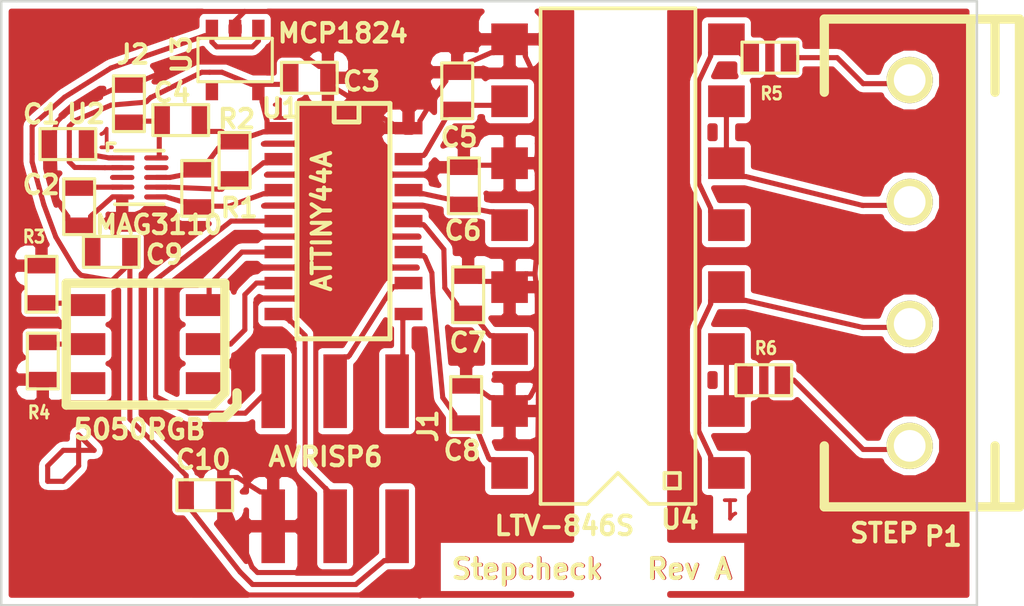
<source format=kicad_pcb>
(kicad_pcb (version 3) (host pcbnew "(2013-jul-07)-stable")

  (general
    (links 64)
    (no_connects 0)
    (area 30.556999 33.604999 70.662001 58.470001)
    (thickness 1.6)
    (drawings 10)
    (tracks 485)
    (zones 0)
    (modules 24)
    (nets 27)
  )

  (page User 127 127)
  (title_block 
    (title Servocheck)
    (rev -)
  )

  (layers
    (15 F.Cu signal)
    (0 B.Cu signal)
    (16 B.Adhes user)
    (17 F.Adhes user)
    (18 B.Paste user)
    (19 F.Paste user)
    (20 B.SilkS user)
    (21 F.SilkS user)
    (22 B.Mask user)
    (23 F.Mask user)
    (24 Dwgs.User user)
    (25 Cmts.User user)
    (26 Eco1.User user)
    (27 Eco2.User user)
    (28 Edge.Cuts user)
  )

  (setup
    (last_trace_width 0.20828)
    (trace_clearance 0.18796)
    (zone_clearance 0.254)
    (zone_45_only no)
    (trace_min 0.127)
    (segment_width 0.2)
    (edge_width 0.1)
    (via_size 0.762)
    (via_drill 0.381)
    (via_min_size 0.762)
    (via_min_drill 0.3302)
    (uvia_size 0.508)
    (uvia_drill 0.127)
    (uvias_allowed no)
    (uvia_min_size 0.508)
    (uvia_min_drill 0.127)
    (pcb_text_width 0.3)
    (pcb_text_size 1.5 1.5)
    (mod_edge_width 0.15)
    (mod_text_size 0.762 0.762)
    (mod_text_width 0.1651)
    (pad_size 1 0.21)
    (pad_drill 0)
    (pad_to_mask_clearance 0.0508)
    (pad_to_paste_clearance -0.0508)
    (aux_axis_origin 0 0)
    (visible_elements FFFFFFBF)
    (pcbplotparams
      (layerselection 284721153)
      (usegerberextensions true)
      (excludeedgelayer true)
      (linewidth 0.150000)
      (plotframeref false)
      (viasonmask false)
      (mode 1)
      (useauxorigin false)
      (hpglpennumber 1)
      (hpglpenspeed 20)
      (hpglpendiameter 15)
      (hpglpenoverlay 2)
      (psnegative false)
      (psa4output false)
      (plotreference true)
      (plotvalue true)
      (plotothertext true)
      (plotinvisibletext false)
      (padsonsilk false)
      (subtractmaskfromsilk false)
      (outputformat 1)
      (mirror false)
      (drillshape 0)
      (scaleselection 1)
      (outputdirectory plots))
  )

  (net 0 "")
  (net 1 +3.3V)
  (net 2 +5V)
  (net 3 GND)
  (net 4 N-000001)
  (net 5 N-0000010)
  (net 6 N-0000011)
  (net 7 N-0000013)
  (net 8 N-0000014)
  (net 9 N-0000016)
  (net 10 N-0000017)
  (net 11 N-0000019)
  (net 12 N-000002)
  (net 13 N-0000020)
  (net 14 N-0000021)
  (net 15 N-0000022)
  (net 16 N-0000023)
  (net 17 N-0000026)
  (net 18 N-0000028)
  (net 19 N-0000029)
  (net 20 N-000003)
  (net 21 N-0000030)
  (net 22 N-000004)
  (net 23 N-000005)
  (net 24 N-000006)
  (net 25 N-000007)
  (net 26 N-000008)

  (net_class Default "This is the default net class."
    (clearance 0.18796)
    (trace_width 0.20828)
    (via_dia 0.762)
    (via_drill 0.381)
    (uvia_dia 0.508)
    (uvia_drill 0.127)
    (add_net "")
    (add_net +3.3V)
    (add_net +5V)
    (add_net GND)
    (add_net N-000001)
    (add_net N-0000010)
    (add_net N-0000011)
    (add_net N-0000013)
    (add_net N-0000014)
    (add_net N-0000016)
    (add_net N-0000017)
    (add_net N-0000019)
    (add_net N-000002)
    (add_net N-0000020)
    (add_net N-0000021)
    (add_net N-0000022)
    (add_net N-0000023)
    (add_net N-0000026)
    (add_net N-0000028)
    (add_net N-0000029)
    (add_net N-000003)
    (add_net N-0000030)
    (add_net N-000004)
    (add_net N-000005)
    (add_net N-000006)
    (add_net N-000007)
    (add_net N-000008)
  )

  (module RIBBON6SMT (layer F.Cu) (tedit 5562C112) (tstamp 5562BA09)
    (at 46.8392 55.1828 180)
    (path /5562B3A5)
    (fp_text reference J1 (at -1.2684 4.11102 270) (layer F.SilkS)
      (effects (font (size 0.762 0.762) (thickness 0.1651)))
    )
    (fp_text value AVRISP6 (at 2.9353 2.8461 180) (layer F.SilkS)
      (effects (font (size 0.762 0.762) (thickness 0.1651)))
    )
    (pad 2 smd rect (at 0 0 180) (size 0.9652 3.0226)
      (layers F.Cu F.Paste F.Mask)
      (net 2 +5V)
    )
    (pad 4 smd rect (at 2.54 0 180) (size 0.9652 3.0226)
      (layers F.Cu F.Paste F.Mask)
      (net 23 N-000005)
    )
    (pad 6 smd rect (at 5.08 0 180) (size 0.9652 3.0226)
      (layers F.Cu F.Paste F.Mask)
      (net 3 GND)
    )
    (pad 1 smd rect (at 0 5.5372 180) (size 0.9652 3.0226)
      (layers F.Cu F.Paste F.Mask)
      (net 18 N-0000028)
    )
    (pad 3 smd rect (at 2.54 5.5372 180) (size 0.9652 3.0226)
      (layers F.Cu F.Paste F.Mask)
      (net 16 N-0000023)
    )
    (pad 5 smd rect (at 5.08 5.5372 180) (size 0.9652 3.0226)
      (layers F.Cu F.Paste F.Mask)
      (net 24 N-000006)
    )
  )

  (module 16-SMD (layer F.Cu) (tedit 5562C106) (tstamp 5562BA62)
    (at 55.8962 44.1069 180)
    (path /5562B144)
    (fp_text reference U4 (at -2.54 -10.795 180) (layer F.SilkS)
      (effects (font (size 0.762 0.762) (thickness 0.1651)))
    )
    (fp_text value LTV-846S (at 2.19552 -11.05682 180) (layer F.SilkS)
      (effects (font (size 0.762 0.762) (thickness 0.1651)))
    )
    (fp_line (start -2.54 -8.89) (end -2.54 -9.525) (layer F.SilkS) (width 0.15))
    (fp_line (start -2.54 -9.525) (end -1.905 -9.525) (layer F.SilkS) (width 0.15))
    (fp_line (start -1.905 -9.525) (end -1.905 -8.89) (layer F.SilkS) (width 0.15))
    (fp_line (start -1.905 -8.89) (end -2.54 -8.89) (layer F.SilkS) (width 0.15))
    (fp_line (start -3.175 -10.16) (end -1.27 -10.16) (layer F.SilkS) (width 0.15))
    (fp_line (start -1.27 -10.16) (end 0 -8.89) (layer F.SilkS) (width 0.15))
    (fp_line (start 0 -8.89) (end 1.27 -10.16) (layer F.SilkS) (width 0.15))
    (fp_line (start 1.27 -10.16) (end 3.175 -10.16) (layer F.SilkS) (width 0.15))
    (fp_line (start 3.175 -10.16) (end 3.175 10.16) (layer F.SilkS) (width 0.15))
    (fp_line (start 3.175 10.16) (end -3.175 10.16) (layer F.SilkS) (width 0.15))
    (fp_line (start -3.175 10.16) (end -3.175 -10.16) (layer F.SilkS) (width 0.15))
    (pad 1 smd rect (at -4.445 -8.89 180) (size 1.5 1.3)
      (layers F.Cu F.Paste F.Mask)
      (net 21 N-0000030)
    )
    (pad 2 smd rect (at -4.445 -6.35 180) (size 1.5 1.3)
      (layers F.Cu F.Paste F.Mask)
      (net 9 N-0000016)
    )
    (pad 3 smd rect (at -4.445 -3.81 180) (size 1.5 1.3)
      (layers F.Cu F.Paste F.Mask)
      (net 9 N-0000016)
    )
    (pad 4 smd rect (at -4.445 -1.27 180) (size 1.5 1.3)
      (layers F.Cu F.Paste F.Mask)
      (net 21 N-0000030)
    )
    (pad 5 smd rect (at -4.445 1.27 180) (size 1.5 1.3)
      (layers F.Cu F.Paste F.Mask)
      (net 17 N-0000026)
    )
    (pad 6 smd rect (at -4.445 3.81 180) (size 1.5 1.3)
      (layers F.Cu F.Paste F.Mask)
      (net 19 N-0000029)
    )
    (pad 7 smd rect (at -4.445 6.35 180) (size 1.5 1.3)
      (layers F.Cu F.Paste F.Mask)
      (net 19 N-0000029)
    )
    (pad 8 smd rect (at -4.445 8.89 180) (size 1.5 1.3)
      (layers F.Cu F.Paste F.Mask)
      (net 17 N-0000026)
    )
    (pad 9 smd rect (at 4.445 8.89 180) (size 1.5 1.3)
      (layers F.Cu F.Paste F.Mask)
      (net 3 GND)
    )
    (pad 10 smd rect (at 4.445 6.35 180) (size 1.5 1.3)
      (layers F.Cu F.Paste F.Mask)
      (net 14 N-0000021)
    )
    (pad 11 smd rect (at 4.445 3.81 180) (size 1.5 1.3)
      (layers F.Cu F.Paste F.Mask)
      (net 3 GND)
    )
    (pad 12 smd rect (at 4.445 1.27 180) (size 1.5 1.3)
      (layers F.Cu F.Paste F.Mask)
      (net 13 N-0000020)
    )
    (pad 13 smd rect (at 4.445 -1.27 180) (size 1.5 1.3)
      (layers F.Cu F.Paste F.Mask)
      (net 3 GND)
    )
    (pad 14 smd rect (at 4.445 -3.81 180) (size 1.5 1.3)
      (layers F.Cu F.Paste F.Mask)
      (net 11 N-0000019)
    )
    (pad 15 smd rect (at 4.445 -6.35 180) (size 1.5 1.3)
      (layers F.Cu F.Paste F.Mask)
      (net 3 GND)
    )
    (pad 16 smd rect (at 4.445 -8.89 180) (size 1.5 1.3)
      (layers F.Cu F.Paste F.Mask)
      (net 10 N-0000017)
    )
  )

  (module SO14E (layer F.Cu) (tedit 5562C0EE) (tstamp 5562E49C)
    (at 44.768 42.6702 270)
    (descr "module CMS SOJ 14 pins etroit")
    (tags "CMS SOJ")
    (path /5562B156)
    (attr smd)
    (fp_text reference U1 (at -4.62608 2.70306 360) (layer F.SilkS)
      (effects (font (size 0.762 0.762) (thickness 0.1651)))
    )
    (fp_text value ATTINY44A (at 0 1.016 270) (layer F.SilkS)
      (effects (font (size 0.762 0.762) (thickness 0.1651)))
    )
    (fp_line (start -4.826 -1.778) (end 4.826 -1.778) (layer F.SilkS) (width 0.2032))
    (fp_line (start 4.826 -1.778) (end 4.826 2.032) (layer F.SilkS) (width 0.2032))
    (fp_line (start 4.826 2.032) (end -4.826 2.032) (layer F.SilkS) (width 0.2032))
    (fp_line (start -4.826 2.032) (end -4.826 -1.778) (layer F.SilkS) (width 0.2032))
    (fp_line (start -4.826 -0.508) (end -4.064 -0.508) (layer F.SilkS) (width 0.2032))
    (fp_line (start -4.064 -0.508) (end -4.064 0.508) (layer F.SilkS) (width 0.2032))
    (fp_line (start -4.064 0.508) (end -4.826 0.508) (layer F.SilkS) (width 0.2032))
    (pad 1 smd rect (at -3.81 2.794 270) (size 0.508 1.143)
      (layers F.Cu F.Paste F.Mask)
      (net 1 +3.3V)
    )
    (pad 2 smd rect (at -2.54 2.794 270) (size 0.508 1.143)
      (layers F.Cu F.Paste F.Mask)
      (net 20 N-000003)
    )
    (pad 3 smd rect (at -1.27 2.794 270) (size 0.508 1.143)
      (layers F.Cu F.Paste F.Mask)
      (net 22 N-000004)
    )
    (pad 4 smd rect (at 0 2.794 270) (size 0.508 1.143)
      (layers F.Cu F.Paste F.Mask)
      (net 24 N-000006)
    )
    (pad 5 smd rect (at 1.27 2.794 270) (size 0.508 1.143)
      (layers F.Cu F.Paste F.Mask)
      (net 25 N-000007)
    )
    (pad 6 smd rect (at 2.54 2.794 270) (size 0.508 1.143)
      (layers F.Cu F.Paste F.Mask)
      (net 26 N-000008)
    )
    (pad 7 smd rect (at 3.81 2.794 270) (size 0.508 1.143)
      (layers F.Cu F.Paste F.Mask)
      (net 23 N-000005)
    )
    (pad 8 smd rect (at 3.81 -2.54 270) (size 0.508 1.143)
      (layers F.Cu F.Paste F.Mask)
      (net 18 N-0000028)
    )
    (pad 9 smd rect (at 2.54 -2.54 270) (size 0.508 1.143)
      (layers F.Cu F.Paste F.Mask)
      (net 16 N-0000023)
    )
    (pad 10 smd rect (at 1.27 -2.54 270) (size 0.508 1.143)
      (layers F.Cu F.Paste F.Mask)
      (net 10 N-0000017)
    )
    (pad 11 smd rect (at 0 -2.54 270) (size 0.508 1.143)
      (layers F.Cu F.Paste F.Mask)
      (net 11 N-0000019)
    )
    (pad 12 smd rect (at -1.27 -2.54 270) (size 0.508 1.143)
      (layers F.Cu F.Paste F.Mask)
      (net 13 N-0000020)
    )
    (pad 13 smd rect (at -2.54 -2.54 270) (size 0.508 1.143)
      (layers F.Cu F.Paste F.Mask)
      (net 14 N-0000021)
    )
    (pad 14 smd rect (at -3.81 -2.54 270) (size 0.508 1.143)
      (layers F.Cu F.Paste F.Mask)
      (net 3 GND)
    )
    (model smd/cms_so14.wrl
      (at (xyz 0 0 0))
      (scale (xyz 0.5 0.3 0.5))
      (rotate (xyz 0 0 0))
    )
  )

  (module DFN10x.4 (layer F.Cu) (tedit 5562C0B3) (tstamp 5562E63C)
    (at 36.2674 40.8797)
    (path /5562B396)
    (fp_text reference U2 (at -2.17806 -2.60698) (layer F.SilkS)
      (effects (font (size 0.762 0.762) (thickness 0.1651)))
    )
    (fp_text value MAG3110 (at 0.79882 1.93962) (layer F.SilkS)
      (effects (font (size 0.762 0.762) (thickness 0.1651)))
    )
    (fp_line (start -1.3 -1.1) (end -1.3 -1.4) (layer F.SilkS) (width 0.15))
    (fp_line (start -1.3 -1.4) (end -1 -1.4) (layer F.SilkS) (width 0.15))
    (fp_line (start -1 1.1) (end 1 1.1) (layer F.SilkS) (width 0.15))
    (fp_line (start -1 -1.1) (end 1 -1.1) (layer F.SilkS) (width 0.15))
    (pad 1 smd rect (at -0.7 -0.8) (size 1 0.21)
      (layers F.Cu F.Paste F.Mask)
      (net 12 N-000002)
    )
    (pad 2 smd oval (at -0.7 -0.4) (size 1 0.21)
      (layers F.Cu F.Paste F.Mask)
      (net 1 +3.3V)
    )
    (pad 3 smd oval (at -0.7 0) (size 1 0.21)
      (layers F.Cu F.Paste F.Mask)
    )
    (pad 4 smd oval (at -0.7 0.4) (size 1 0.21)
      (layers F.Cu F.Paste F.Mask)
      (net 4 N-000001)
    )
    (pad 5 smd oval (at -0.7 0.8) (size 1 0.21)
      (layers F.Cu F.Paste F.Mask)
      (net 3 GND)
    )
    (pad 6 smd oval (at 0.7 0.8) (size 1 0.21)
      (layers F.Cu F.Paste F.Mask)
      (net 22 N-000004)
    )
    (pad 7 smd oval (at 0.7 0.4) (size 1 0.21)
      (layers F.Cu F.Paste F.Mask)
      (net 20 N-000003)
    )
    (pad 8 smd oval (at 0.7 0) (size 1 0.21)
      (layers F.Cu F.Paste F.Mask)
      (net 1 +3.3V)
    )
    (pad 9 smd oval (at 0.7 -0.4) (size 1 0.21)
      (layers F.Cu F.Paste F.Mask)
    )
    (pad 10 smd oval (at 0.7 -0.8) (size 1 0.21)
      (layers F.Cu F.Paste F.Mask)
      (net 15 N-0000022)
    )
  )

  (module SM0603 (layer F.Cu) (tedit 5562C09E) (tstamp 5562E6BB)
    (at 35.1205 43.9334)
    (path /5562C852)
    (attr smd)
    (fp_text reference C9 (at 2.17432 0.10766) (layer F.SilkS)
      (effects (font (size 0.762 0.762) (thickness 0.1651)))
    )
    (fp_text value 1u (at 0 0) (layer F.SilkS) hide
      (effects (font (size 0.762 0.762) (thickness 0.1651)))
    )
    (fp_line (start -1.143 -0.635) (end 1.143 -0.635) (layer F.SilkS) (width 0.127))
    (fp_line (start 1.143 -0.635) (end 1.143 0.635) (layer F.SilkS) (width 0.127))
    (fp_line (start 1.143 0.635) (end -1.143 0.635) (layer F.SilkS) (width 0.127))
    (fp_line (start -1.143 0.635) (end -1.143 -0.635) (layer F.SilkS) (width 0.127))
    (pad 1 smd rect (at -0.762 0) (size 0.635 1.143)
      (layers F.Cu F.Paste F.Mask)
      (net 3 GND)
    )
    (pad 2 smd rect (at 0.762 0) (size 0.635 1.143)
      (layers F.Cu F.Paste F.Mask)
      (net 2 +5V)
    )
    (model smd\resistors\R0603.wrl
      (at (xyz 0 0 0.001))
      (scale (xyz 0.5 0.5 0.5))
      (rotate (xyz 0 0 0))
    )
  )

  (module SM0603 (layer F.Cu) (tedit 5562C0E8) (tstamp 5562E6C5)
    (at 38.9525 53.9095 180)
    (path /5562C864)
    (attr smd)
    (fp_text reference C10 (at 0.0651 1.4585 180) (layer F.SilkS)
      (effects (font (size 0.762 0.762) (thickness 0.1651)))
    )
    (fp_text value 10u (at 0 0 180) (layer F.SilkS) hide
      (effects (font (size 0.762 0.762) (thickness 0.1651)))
    )
    (fp_line (start -1.143 -0.635) (end 1.143 -0.635) (layer F.SilkS) (width 0.127))
    (fp_line (start 1.143 -0.635) (end 1.143 0.635) (layer F.SilkS) (width 0.127))
    (fp_line (start 1.143 0.635) (end -1.143 0.635) (layer F.SilkS) (width 0.127))
    (fp_line (start -1.143 0.635) (end -1.143 -0.635) (layer F.SilkS) (width 0.127))
    (pad 1 smd rect (at -0.762 0 180) (size 0.635 1.143)
      (layers F.Cu F.Paste F.Mask)
      (net 3 GND)
    )
    (pad 2 smd rect (at 0.762 0 180) (size 0.635 1.143)
      (layers F.Cu F.Paste F.Mask)
      (net 2 +5V)
    )
    (model smd\resistors\R0603.wrl
      (at (xyz 0 0 0.001))
      (scale (xyz 0.5 0.5 0.5))
      (rotate (xyz 0 0 0))
    )
  )

  (module SM0603 (layer F.Cu) (tedit 5562C0B6) (tstamp 5562B5EF)
    (at 33.3408 39.5127)
    (path /5562B7B1)
    (attr smd)
    (fp_text reference C1 (at -1.0828 -1.2222) (layer F.SilkS)
      (effects (font (size 0.762 0.762) (thickness 0.1651)))
    )
    (fp_text value .1u (at 0 0) (layer F.SilkS) hide
      (effects (font (size 0.762 0.762) (thickness 0.1651)))
    )
    (fp_line (start -1.143 -0.635) (end 1.143 -0.635) (layer F.SilkS) (width 0.127))
    (fp_line (start 1.143 -0.635) (end 1.143 0.635) (layer F.SilkS) (width 0.127))
    (fp_line (start 1.143 0.635) (end -1.143 0.635) (layer F.SilkS) (width 0.127))
    (fp_line (start -1.143 0.635) (end -1.143 -0.635) (layer F.SilkS) (width 0.127))
    (pad 1 smd rect (at -0.762 0) (size 0.635 1.143)
      (layers F.Cu F.Paste F.Mask)
      (net 3 GND)
    )
    (pad 2 smd rect (at 0.762 0) (size 0.635 1.143)
      (layers F.Cu F.Paste F.Mask)
      (net 12 N-000002)
    )
    (model smd\resistors\R0603.wrl
      (at (xyz 0 0 0.001))
      (scale (xyz 0.5 0.5 0.5))
      (rotate (xyz 0 0 0))
    )
  )

  (module SM0603 (layer F.Cu) (tedit 5562C09A) (tstamp 5562B5FC)
    (at 33.8032 42.0799 90)
    (path /5562B853)
    (attr smd)
    (fp_text reference C2 (at 0.89634 -1.56044 180) (layer F.SilkS)
      (effects (font (size 0.762 0.762) (thickness 0.1651)))
    )
    (fp_text value .1u (at 0 0 90) (layer F.SilkS) hide
      (effects (font (size 0.762 0.762) (thickness 0.1651)))
    )
    (fp_line (start -1.143 -0.635) (end 1.143 -0.635) (layer F.SilkS) (width 0.127))
    (fp_line (start 1.143 -0.635) (end 1.143 0.635) (layer F.SilkS) (width 0.127))
    (fp_line (start 1.143 0.635) (end -1.143 0.635) (layer F.SilkS) (width 0.127))
    (fp_line (start -1.143 0.635) (end -1.143 -0.635) (layer F.SilkS) (width 0.127))
    (pad 1 smd rect (at -0.762 0 90) (size 0.635 1.143)
      (layers F.Cu F.Paste F.Mask)
      (net 3 GND)
    )
    (pad 2 smd rect (at 0.762 0 90) (size 0.635 1.143)
      (layers F.Cu F.Paste F.Mask)
      (net 4 N-000001)
    )
    (model smd\resistors\R0603.wrl
      (at (xyz 0 0 0.001))
      (scale (xyz 0.5 0.5 0.5))
      (rotate (xyz 0 0 0))
    )
  )

  (module SM0603 (layer F.Cu) (tedit 5562C0AA) (tstamp 5562B609)
    (at 43.2406 36.7943 180)
    (path /5562BBD5)
    (attr smd)
    (fp_text reference C3 (at -2.13904 -0.14492 180) (layer F.SilkS)
      (effects (font (size 0.762 0.762) (thickness 0.1651)))
    )
    (fp_text value .1u (at 0 0 180) (layer F.SilkS) hide
      (effects (font (size 0.762 0.762) (thickness 0.1651)))
    )
    (fp_line (start -1.143 -0.635) (end 1.143 -0.635) (layer F.SilkS) (width 0.127))
    (fp_line (start 1.143 -0.635) (end 1.143 0.635) (layer F.SilkS) (width 0.127))
    (fp_line (start 1.143 0.635) (end -1.143 0.635) (layer F.SilkS) (width 0.127))
    (fp_line (start -1.143 0.635) (end -1.143 -0.635) (layer F.SilkS) (width 0.127))
    (pad 1 smd rect (at -0.762 0 180) (size 0.635 1.143)
      (layers F.Cu F.Paste F.Mask)
      (net 3 GND)
    )
    (pad 2 smd rect (at 0.762 0 180) (size 0.635 1.143)
      (layers F.Cu F.Paste F.Mask)
      (net 1 +3.3V)
    )
    (model smd\resistors\R0603.wrl
      (at (xyz 0 0 0.001))
      (scale (xyz 0.5 0.5 0.5))
      (rotate (xyz 0 0 0))
    )
  )

  (module SM0603 (layer F.Cu) (tedit 5562C0AD) (tstamp 5562B616)
    (at 37.9693 38.5277)
    (path /5562BBDB)
    (attr smd)
    (fp_text reference C4 (at -0.35952 -1.1262) (layer F.SilkS)
      (effects (font (size 0.762 0.762) (thickness 0.1651)))
    )
    (fp_text value 10u (at 0 0) (layer F.SilkS) hide
      (effects (font (size 0.762 0.762) (thickness 0.1651)))
    )
    (fp_line (start -1.143 -0.635) (end 1.143 -0.635) (layer F.SilkS) (width 0.127))
    (fp_line (start 1.143 -0.635) (end 1.143 0.635) (layer F.SilkS) (width 0.127))
    (fp_line (start 1.143 0.635) (end -1.143 0.635) (layer F.SilkS) (width 0.127))
    (fp_line (start -1.143 0.635) (end -1.143 -0.635) (layer F.SilkS) (width 0.127))
    (pad 1 smd rect (at -0.762 0) (size 0.635 1.143)
      (layers F.Cu F.Paste F.Mask)
      (net 15 N-0000022)
    )
    (pad 2 smd rect (at 0.762 0) (size 0.635 1.143)
      (layers F.Cu F.Paste F.Mask)
      (net 1 +3.3V)
    )
    (model smd\resistors\R0603.wrl
      (at (xyz 0 0 0.001))
      (scale (xyz 0.5 0.5 0.5))
      (rotate (xyz 0 0 0))
    )
  )

  (module SM0603 (layer F.Cu) (tedit 5562C0F5) (tstamp 5562B63D)
    (at 49.3042 37.3294 90)
    (path /5562C05D)
    (attr smd)
    (fp_text reference C5 (at -1.90344 0.07594 180) (layer F.SilkS)
      (effects (font (size 0.762 0.762) (thickness 0.1651)))
    )
    (fp_text value .1u (at 0 0 90) (layer F.SilkS) hide
      (effects (font (size 0.762 0.762) (thickness 0.1651)))
    )
    (fp_line (start -1.143 -0.635) (end 1.143 -0.635) (layer F.SilkS) (width 0.127))
    (fp_line (start 1.143 -0.635) (end 1.143 0.635) (layer F.SilkS) (width 0.127))
    (fp_line (start 1.143 0.635) (end -1.143 0.635) (layer F.SilkS) (width 0.127))
    (fp_line (start -1.143 0.635) (end -1.143 -0.635) (layer F.SilkS) (width 0.127))
    (pad 1 smd rect (at -0.762 0 90) (size 0.635 1.143)
      (layers F.Cu F.Paste F.Mask)
      (net 14 N-0000021)
    )
    (pad 2 smd rect (at 0.762 0 90) (size 0.635 1.143)
      (layers F.Cu F.Paste F.Mask)
      (net 3 GND)
    )
    (model smd\resistors\R0603.wrl
      (at (xyz 0 0 0.001))
      (scale (xyz 0.5 0.5 0.5))
      (rotate (xyz 0 0 0))
    )
  )

  (module SM0603 (layer F.Cu) (tedit 5562C0F8) (tstamp 5562B64A)
    (at 49.5768 41.2247 90)
    (path /5562C080)
    (attr smd)
    (fp_text reference C6 (at -1.83084 -0.03664 180) (layer F.SilkS)
      (effects (font (size 0.762 0.762) (thickness 0.1651)))
    )
    (fp_text value .1u (at 0 0 90) (layer F.SilkS) hide
      (effects (font (size 0.762 0.762) (thickness 0.1651)))
    )
    (fp_line (start -1.143 -0.635) (end 1.143 -0.635) (layer F.SilkS) (width 0.127))
    (fp_line (start 1.143 -0.635) (end 1.143 0.635) (layer F.SilkS) (width 0.127))
    (fp_line (start 1.143 0.635) (end -1.143 0.635) (layer F.SilkS) (width 0.127))
    (fp_line (start -1.143 0.635) (end -1.143 -0.635) (layer F.SilkS) (width 0.127))
    (pad 1 smd rect (at -0.762 0 90) (size 0.635 1.143)
      (layers F.Cu F.Paste F.Mask)
      (net 13 N-0000020)
    )
    (pad 2 smd rect (at 0.762 0 90) (size 0.635 1.143)
      (layers F.Cu F.Paste F.Mask)
      (net 3 GND)
    )
    (model smd\resistors\R0603.wrl
      (at (xyz 0 0 0.001))
      (scale (xyz 0.5 0.5 0.5))
      (rotate (xyz 0 0 0))
    )
  )

  (module SM0603 (layer F.Cu) (tedit 5562C0FB) (tstamp 5562B657)
    (at 49.7522 45.6917 90)
    (path /5562C086)
    (attr smd)
    (fp_text reference C7 (at -1.96124 -0.00884 180) (layer F.SilkS)
      (effects (font (size 0.762 0.762) (thickness 0.1651)))
    )
    (fp_text value .1u (at 0 0 90) (layer F.SilkS) hide
      (effects (font (size 0.762 0.762) (thickness 0.1651)))
    )
    (fp_line (start -1.143 -0.635) (end 1.143 -0.635) (layer F.SilkS) (width 0.127))
    (fp_line (start 1.143 -0.635) (end 1.143 0.635) (layer F.SilkS) (width 0.127))
    (fp_line (start 1.143 0.635) (end -1.143 0.635) (layer F.SilkS) (width 0.127))
    (fp_line (start -1.143 0.635) (end -1.143 -0.635) (layer F.SilkS) (width 0.127))
    (pad 1 smd rect (at -0.762 0 90) (size 0.635 1.143)
      (layers F.Cu F.Paste F.Mask)
      (net 11 N-0000019)
    )
    (pad 2 smd rect (at 0.762 0 90) (size 0.635 1.143)
      (layers F.Cu F.Paste F.Mask)
      (net 3 GND)
    )
    (model smd\resistors\R0603.wrl
      (at (xyz 0 0 0.001))
      (scale (xyz 0.5 0.5 0.5))
      (rotate (xyz 0 0 0))
    )
  )

  (module SM0603 (layer F.Cu) (tedit 5562C101) (tstamp 5562B664)
    (at 49.6694 50.1903 90)
    (path /5562C08C)
    (attr smd)
    (fp_text reference C8 (at -1.89748 -0.1648 180) (layer F.SilkS)
      (effects (font (size 0.762 0.762) (thickness 0.1651)))
    )
    (fp_text value .1u (at 0 0 90) (layer F.SilkS) hide
      (effects (font (size 0.762 0.762) (thickness 0.1651)))
    )
    (fp_line (start -1.143 -0.635) (end 1.143 -0.635) (layer F.SilkS) (width 0.127))
    (fp_line (start 1.143 -0.635) (end 1.143 0.635) (layer F.SilkS) (width 0.127))
    (fp_line (start 1.143 0.635) (end -1.143 0.635) (layer F.SilkS) (width 0.127))
    (fp_line (start -1.143 0.635) (end -1.143 -0.635) (layer F.SilkS) (width 0.127))
    (pad 1 smd rect (at -0.762 0 90) (size 0.635 1.143)
      (layers F.Cu F.Paste F.Mask)
      (net 10 N-0000017)
    )
    (pad 2 smd rect (at 0.762 0 90) (size 0.635 1.143)
      (layers F.Cu F.Paste F.Mask)
      (net 3 GND)
    )
    (model smd\resistors\R0603.wrl
      (at (xyz 0 0 0.001))
      (scale (xyz 0.5 0.5 0.5))
      (rotate (xyz 0 0 0))
    )
  )

  (module SM0603 (layer F.Cu) (tedit 5562C0A5) (tstamp 5562B623)
    (at 40.1755 40.1782 90)
    (path /5562BE70)
    (attr smd)
    (fp_text reference R2 (at 1.69212 0.0835 180) (layer F.SilkS)
      (effects (font (size 0.762 0.762) (thickness 0.1651)))
    )
    (fp_text value 4.7k (at 0 0 90) (layer F.SilkS) hide
      (effects (font (size 0.762 0.762) (thickness 0.1651)))
    )
    (fp_line (start -1.143 -0.635) (end 1.143 -0.635) (layer F.SilkS) (width 0.127))
    (fp_line (start 1.143 -0.635) (end 1.143 0.635) (layer F.SilkS) (width 0.127))
    (fp_line (start 1.143 0.635) (end -1.143 0.635) (layer F.SilkS) (width 0.127))
    (fp_line (start -1.143 0.635) (end -1.143 -0.635) (layer F.SilkS) (width 0.127))
    (pad 1 smd rect (at -0.762 0 90) (size 0.635 1.143)
      (layers F.Cu F.Paste F.Mask)
      (net 20 N-000003)
    )
    (pad 2 smd rect (at 0.762 0 90) (size 0.635 1.143)
      (layers F.Cu F.Paste F.Mask)
      (net 1 +3.3V)
    )
    (model smd\resistors\R0603.wrl
      (at (xyz 0 0 0.001))
      (scale (xyz 0.5 0.5 0.5))
      (rotate (xyz 0 0 0))
    )
  )

  (module SM0603 (layer F.Cu) (tedit 5562C0A3) (tstamp 5562B630)
    (at 38.6454 41.3296 90)
    (path /5562BE7F)
    (attr smd)
    (fp_text reference R1 (at -0.80138 1.72028 180) (layer F.SilkS)
      (effects (font (size 0.762 0.762) (thickness 0.1651)))
    )
    (fp_text value 4.7k (at 0 0 90) (layer F.SilkS) hide
      (effects (font (size 0.762 0.762) (thickness 0.1651)))
    )
    (fp_line (start -1.143 -0.635) (end 1.143 -0.635) (layer F.SilkS) (width 0.127))
    (fp_line (start 1.143 -0.635) (end 1.143 0.635) (layer F.SilkS) (width 0.127))
    (fp_line (start 1.143 0.635) (end -1.143 0.635) (layer F.SilkS) (width 0.127))
    (fp_line (start -1.143 0.635) (end -1.143 -0.635) (layer F.SilkS) (width 0.127))
    (pad 1 smd rect (at -0.762 0 90) (size 0.635 1.143)
      (layers F.Cu F.Paste F.Mask)
      (net 22 N-000004)
    )
    (pad 2 smd rect (at 0.762 0 90) (size 0.635 1.143)
      (layers F.Cu F.Paste F.Mask)
      (net 1 +3.3V)
    )
    (model smd\resistors\R0603.wrl
      (at (xyz 0 0 0.001))
      (scale (xyz 0.5 0.5 0.5))
      (rotate (xyz 0 0 0))
    )
  )

  (module SOT23-5 (layer F.Cu) (tedit 5562C0AE) (tstamp 5562E925)
    (at 40.1978 36.0646 180)
    (path /5562CC58)
    (attr smd)
    (fp_text reference U3 (at 2.19686 0.22774 270) (layer F.SilkS)
      (effects (font (size 0.762 0.762) (thickness 0.1651)))
    )
    (fp_text value MCP1824 (at -4.4173 1.09896 180) (layer F.SilkS)
      (effects (font (size 0.762 0.762) (thickness 0.1651)))
    )
    (fp_line (start 1.524 -0.889) (end 1.524 0.889) (layer F.SilkS) (width 0.127))
    (fp_line (start 1.524 0.889) (end -1.524 0.889) (layer F.SilkS) (width 0.127))
    (fp_line (start -1.524 0.889) (end -1.524 -0.889) (layer F.SilkS) (width 0.127))
    (fp_line (start -1.524 -0.889) (end 1.524 -0.889) (layer F.SilkS) (width 0.127))
    (pad 1 smd rect (at -0.9525 1.27 180) (size 0.508 0.762)
      (layers F.Cu F.Paste F.Mask)
      (net 2 +5V)
    )
    (pad 3 smd rect (at 0.9525 1.27 180) (size 0.508 0.762)
      (layers F.Cu F.Paste F.Mask)
      (net 2 +5V)
    )
    (pad 5 smd rect (at -0.9525 -1.27 180) (size 0.508 0.762)
      (layers F.Cu F.Paste F.Mask)
      (net 1 +3.3V)
    )
    (pad 2 smd rect (at 0 1.27 180) (size 0.508 0.762)
      (layers F.Cu F.Paste F.Mask)
      (net 3 GND)
    )
    (pad 4 smd rect (at 0.9525 -1.27 180) (size 0.508 0.762)
      (layers F.Cu F.Paste F.Mask)
    )
    (model smd/SOT23_5.wrl
      (at (xyz 0 0 0))
      (scale (xyz 0.1 0.1 0.1))
      (rotate (xyz 0 0 0))
    )
  )

  (module SM0603 (layer F.Cu) (tedit 5562C0DF) (tstamp 5562E9AC)
    (at 35.8431 37.8569 270)
    (path /5562D060)
    (attr smd)
    (fp_text reference J2 (at -2.02004 -0.16648 360) (layer F.SilkS)
      (effects (font (size 0.762 0.762) (thickness 0.1651)))
    )
    (fp_text value 0 (at 0 0 270) (layer F.SilkS) hide
      (effects (font (size 0.762 0.762) (thickness 0.1651)))
    )
    (fp_line (start -1.143 -0.635) (end 1.143 -0.635) (layer F.SilkS) (width 0.127))
    (fp_line (start 1.143 -0.635) (end 1.143 0.635) (layer F.SilkS) (width 0.127))
    (fp_line (start 1.143 0.635) (end -1.143 0.635) (layer F.SilkS) (width 0.127))
    (fp_line (start -1.143 0.635) (end -1.143 -0.635) (layer F.SilkS) (width 0.127))
    (pad 1 smd rect (at -0.762 0 270) (size 0.635 1.143)
      (layers F.Cu F.Paste F.Mask)
      (net 3 GND)
    )
    (pad 2 smd rect (at 0.762 0 270) (size 0.635 1.143)
      (layers F.Cu F.Paste F.Mask)
      (net 15 N-0000022)
    )
    (model smd\resistors\R0603.wrl
      (at (xyz 0 0 0.001))
      (scale (xyz 0.5 0.5 0.5))
      (rotate (xyz 0 0 0))
    )
  )

  (module PHOENIX1935187 (layer F.Cu) (tedit 55726EBF) (tstamp 5562E9E9)
    (at 67.8561 44.3865 90)
    (path /5562D1BE)
    (fp_text reference P1 (at -11.2141 1.37922 180) (layer F.SilkS)
      (effects (font (size 0.762 0.762) (thickness 0.1651)))
    )
    (fp_text value STEP (at -11.07302 -1.04782 180) (layer F.SilkS)
      (effects (font (size 0.762 0.762) (thickness 0.1651)))
    )
    (fp_line (start -10 -3.5) (end -10 4.5) (layer F.SilkS) (width 0.381))
    (fp_line (start 10 -3.5) (end 10 4.5) (layer F.SilkS) (width 0.381))
    (fp_line (start 10 4.5) (end -10 4.5) (layer F.SilkS) (width 0.381))
    (fp_line (start -10 2.5) (end 10 2.5) (layer F.SilkS) (width 0.381))
    (fp_line (start 7 -3.5) (end 10 -3.5) (layer F.SilkS) (width 0.381))
    (fp_line (start 10 3.5) (end 7 3.5) (layer F.SilkS) (width 0.381))
    (fp_line (start -7.5 -3.5) (end -10 -3.5) (layer F.SilkS) (width 0.381))
    (fp_line (start -10 3.5) (end -7.5 3.5) (layer F.SilkS) (width 0.381))
    (pad 1 thru_hole circle (at -7.5 0 90) (size 1.9 1.9) (drill 1.3)
      (layers *.Cu *.Mask F.SilkS)
      (net 7 N-0000013)
    )
    (pad 2 thru_hole circle (at -2.5 0 90) (size 1.9 1.9) (drill 1.3)
      (layers *.Cu *.Mask F.SilkS)
      (net 21 N-0000030)
    )
    (pad 3 thru_hole circle (at 2.5 0 90) (size 1.9 1.9) (drill 1.3)
      (layers *.Cu *.Mask F.SilkS)
      (net 19 N-0000029)
    )
    (pad 4 thru_hole circle (at 7.5 0 90) (size 1.9 1.9) (drill 1.3)
      (layers *.Cu *.Mask F.SilkS)
      (net 8 N-0000014)
    )
  )

  (module SM0603 (layer F.Cu) (tedit 55726EB1) (tstamp 5562ED6F)
    (at 32.258 45.26026 270)
    (path /5562D7E8)
    (attr smd)
    (fp_text reference R3 (at -1.94818 0.30734 360) (layer F.SilkS)
      (effects (font (size 0.508 0.4572) (thickness 0.1143)))
    )
    (fp_text value 4.7k (at 0 0 270) (layer F.SilkS) hide
      (effects (font (size 0.508 0.4572) (thickness 0.1143)))
    )
    (fp_line (start -1.143 -0.635) (end 1.143 -0.635) (layer F.SilkS) (width 0.127))
    (fp_line (start 1.143 -0.635) (end 1.143 0.635) (layer F.SilkS) (width 0.127))
    (fp_line (start 1.143 0.635) (end -1.143 0.635) (layer F.SilkS) (width 0.127))
    (fp_line (start -1.143 0.635) (end -1.143 -0.635) (layer F.SilkS) (width 0.127))
    (pad 1 smd rect (at -0.762 0 270) (size 0.635 1.143)
      (layers F.Cu F.Paste F.Mask)
      (net 3 GND)
    )
    (pad 2 smd rect (at 0.762 0 270) (size 0.635 1.143)
      (layers F.Cu F.Paste F.Mask)
      (net 6 N-0000011)
    )
    (model smd\resistors\R0603.wrl
      (at (xyz 0 0 0.001))
      (scale (xyz 0.5 0.5 0.5))
      (rotate (xyz 0 0 0))
    )
  )

  (module SM0603 (layer F.Cu) (tedit 55726EB5) (tstamp 5562ED79)
    (at 32.31134 48.40732 90)
    (path /5562D7EE)
    (attr smd)
    (fp_text reference R4 (at -2.11328 -0.15494 180) (layer F.SilkS)
      (effects (font (size 0.508 0.4572) (thickness 0.1143)))
    )
    (fp_text value 4.7k (at 0 0 90) (layer F.SilkS) hide
      (effects (font (size 0.508 0.4572) (thickness 0.1143)))
    )
    (fp_line (start -1.143 -0.635) (end 1.143 -0.635) (layer F.SilkS) (width 0.127))
    (fp_line (start 1.143 -0.635) (end 1.143 0.635) (layer F.SilkS) (width 0.127))
    (fp_line (start 1.143 0.635) (end -1.143 0.635) (layer F.SilkS) (width 0.127))
    (fp_line (start -1.143 0.635) (end -1.143 -0.635) (layer F.SilkS) (width 0.127))
    (pad 1 smd rect (at -0.762 0 90) (size 0.635 1.143)
      (layers F.Cu F.Paste F.Mask)
      (net 3 GND)
    )
    (pad 2 smd rect (at 0.762 0 90) (size 0.635 1.143)
      (layers F.Cu F.Paste F.Mask)
      (net 5 N-0000010)
    )
    (model smd\resistors\R0603.wrl
      (at (xyz 0 0 0.001))
      (scale (xyz 0.5 0.5 0.5))
      (rotate (xyz 0 0 0))
    )
  )

  (module 5050RGB (layer F.Cu) (tedit 55236550) (tstamp 5562EDA1)
    (at 36.5252 47.7139 180)
    (path /5562D617)
    (fp_text reference D1 (at 0 3.50012 180) (layer F.SilkS) hide
      (effects (font (size 0.7874 0.7874) (thickness 0.1778)))
    )
    (fp_text value 5050RGB (at 0.24892 -3.50012 180) (layer F.SilkS)
      (effects (font (size 0.7874 0.7874) (thickness 0.1778)))
    )
    (fp_line (start -3.74904 -1.99898) (end -3.74904 -2.49936) (layer F.SilkS) (width 0.381))
    (fp_line (start -3.74904 -2.49936) (end -3.2512 -2.99974) (layer F.SilkS) (width 0.381))
    (fp_line (start -3.2512 -2.99974) (end -2.75082 -2.99974) (layer F.SilkS) (width 0.381))
    (fp_line (start -3.2512 -1.99898) (end -2.75082 -2.49936) (layer F.SilkS) (width 0.381))
    (fp_line (start -2.75082 -2.49936) (end 3.2512 -2.49936) (layer F.SilkS) (width 0.381))
    (fp_line (start 3.2512 -2.49936) (end 3.2512 2.49936) (layer F.SilkS) (width 0.381))
    (fp_line (start 3.2512 2.49936) (end -3.2512 2.49936) (layer F.SilkS) (width 0.381))
    (fp_line (start -3.2512 2.49936) (end -3.2512 -1.99898) (layer F.SilkS) (width 0.381))
    (pad 1 smd rect (at -2.45364 -1.6002 180) (size 1.60782 0.89916)
      (layers F.Cu F.Paste F.Mask)
    )
    (pad 2 smd rect (at -2.45364 0 180) (size 1.60782 0.89916)
      (layers F.Cu F.Paste F.Mask)
      (net 26 N-000008)
    )
    (pad 3 smd rect (at -2.45364 1.6002 180) (size 1.60782 0.89916)
      (layers F.Cu F.Paste F.Mask)
      (net 25 N-000007)
    )
    (pad 4 smd rect (at 2.45364 1.6002 180) (size 1.60782 0.89916)
      (layers F.Cu F.Paste F.Mask)
      (net 6 N-0000011)
    )
    (pad 5 smd rect (at 2.45364 0 180) (size 1.60782 0.89916)
      (layers F.Cu F.Paste F.Mask)
      (net 5 N-0000010)
    )
    (pad 6 smd rect (at 2.45364 -1.6002 180) (size 1.60782 0.89916)
      (layers F.Cu F.Paste F.Mask)
    )
  )

  (module SM0603 (layer F.Cu) (tedit 55726EB8) (tstamp 55726E6D)
    (at 61.8744 49.19472 180)
    (path /55726C02)
    (attr smd)
    (fp_text reference R6 (at -0.0889 1.31318 180) (layer F.SilkS)
      (effects (font (size 0.508 0.4572) (thickness 0.1143)))
    )
    (fp_text value 4.7k (at 0 0 180) (layer F.SilkS) hide
      (effects (font (size 0.508 0.4572) (thickness 0.1143)))
    )
    (fp_line (start -1.143 -0.635) (end 1.143 -0.635) (layer F.SilkS) (width 0.127))
    (fp_line (start 1.143 -0.635) (end 1.143 0.635) (layer F.SilkS) (width 0.127))
    (fp_line (start 1.143 0.635) (end -1.143 0.635) (layer F.SilkS) (width 0.127))
    (fp_line (start -1.143 0.635) (end -1.143 -0.635) (layer F.SilkS) (width 0.127))
    (pad 1 smd rect (at -0.762 0 180) (size 0.635 1.143)
      (layers F.Cu F.Paste F.Mask)
      (net 7 N-0000013)
    )
    (pad 2 smd rect (at 0.762 0 180) (size 0.635 1.143)
      (layers F.Cu F.Paste F.Mask)
      (net 9 N-0000016)
    )
    (model smd\resistors\R0603.wrl
      (at (xyz 0 0 0.001))
      (scale (xyz 0.5 0.5 0.5))
      (rotate (xyz 0 0 0))
    )
  )

  (module SM0603 (layer F.Cu) (tedit 55726EBB) (tstamp 55726E77)
    (at 62.12332 35.96894 180)
    (path /55726C08)
    (attr smd)
    (fp_text reference R5 (at -0.07112 -1.47066 180) (layer F.SilkS)
      (effects (font (size 0.508 0.4572) (thickness 0.1143)))
    )
    (fp_text value 4.7k (at 0 0 180) (layer F.SilkS) hide
      (effects (font (size 0.508 0.4572) (thickness 0.1143)))
    )
    (fp_line (start -1.143 -0.635) (end 1.143 -0.635) (layer F.SilkS) (width 0.127))
    (fp_line (start 1.143 -0.635) (end 1.143 0.635) (layer F.SilkS) (width 0.127))
    (fp_line (start 1.143 0.635) (end -1.143 0.635) (layer F.SilkS) (width 0.127))
    (fp_line (start -1.143 0.635) (end -1.143 -0.635) (layer F.SilkS) (width 0.127))
    (pad 1 smd rect (at -0.762 0 180) (size 0.635 1.143)
      (layers F.Cu F.Paste F.Mask)
      (net 8 N-0000014)
    )
    (pad 2 smd rect (at 0.762 0 180) (size 0.635 1.143)
      (layers F.Cu F.Paste F.Mask)
      (net 17 N-0000026)
    )
    (model smd\resistors\R0603.wrl
      (at (xyz 0 0 0.001))
      (scale (xyz 0.5 0.5 0.5))
      (rotate (xyz 0 0 0))
    )
  )

  (gr_text "Stepcheck   Rev A" (at 54.8132 56.9341) (layer F.SilkS)
    (effects (font (size 0.8128 0.8128) (thickness 0.1651)))
  )
  (gr_text "Stepcheck   Rev A" (at 54.8513 56.9341) (layer F.Cu)
    (effects (font (size 0.8128 0.8128) (thickness 0.1651)))
  )
  (gr_text 1 (at 60.4901 54.4576 180) (layer F.Cu)
    (effects (font (size 0.762 0.762) (thickness 0.1524)))
  )
  (gr_text 1 (at 34.93008 39.30142) (layer F.Cu)
    (effects (font (size 0.762 0.762) (thickness 0.1524)))
  )
  (gr_text 1 (at 42.037 38.1) (layer F.Cu)
    (effects (font (size 0.762 0.762) (thickness 0.1524)))
  )
  (gr_line (start 30.607 33.655) (end 31.242 33.655) (angle 90) (layer Edge.Cuts) (width 0.1))
  (gr_line (start 30.607 58.42) (end 30.607 33.655) (angle 90) (layer Edge.Cuts) (width 0.1))
  (gr_line (start 70.612 58.42) (end 30.607 58.42) (angle 90) (layer Edge.Cuts) (width 0.1))
  (gr_line (start 70.612 33.655) (end 70.612 58.42) (angle 90) (layer Edge.Cuts) (width 0.1))
  (gr_line (start 31.242 33.655) (end 70.612 33.655) (angle 90) (layer Edge.Cuts) (width 0.1))

  (segment (start 33.782 52.07) (end 34.417 52.07) (width 0.20828) (layer F.Cu) (net 0))
  (segment (start 34.417 52.07) (end 33.782 51.435) (width 0.20828) (layer F.Cu) (net 0) (tstamp 5562ED5B))
  (segment (start 32.512 53.34) (end 32.512 52.705) (width 0.20828) (layer F.Cu) (net 0))
  (segment (start 33.147 53.34) (end 32.512 53.34) (width 0.20828) (layer F.Cu) (net 0) (tstamp 5562ED58))
  (segment (start 33.782 52.705) (end 33.147 53.34) (width 0.20828) (layer F.Cu) (net 0) (tstamp 5562ED57))
  (segment (start 33.782 52.07) (end 33.782 52.705) (width 0.20828) (layer F.Cu) (net 0) (tstamp 5562ED56))
  (segment (start 33.147 52.07) (end 33.782 52.07) (width 0.20828) (layer F.Cu) (net 0) (tstamp 5562ED53))
  (segment (start 32.512 52.705) (end 33.147 52.07) (width 0.20828) (layer F.Cu) (net 0) (tstamp 5562ED52))
  (segment (start 33.782 51.435) (end 33.782 52.07) (width 0.20828) (layer F.Cu) (net 0) (tstamp 5562ED55))
  (segment (start 41.3001 37.7156) (end 41.3001 37.7588) (width 0.2083) (layer F.Cu) (net 1))
  (segment (start 41.3001 37.6114) (end 41.3001 37.7156) (width 0.2083) (layer F.Cu) (net 1))
  (segment (start 41.1503 37.3346) (end 41.3001 37.6114) (width 0.2083) (layer F.Cu) (net 1))
  (segment (start 40.747 39.2029) (end 40.7902 39.2029) (width 0.2083) (layer F.Cu) (net 1))
  (segment (start 40.6428 39.2029) (end 40.747 39.2029) (width 0.2083) (layer F.Cu) (net 1))
  (segment (start 40.1755 39.4162) (end 40.6428 39.2029) (width 0.2083) (layer F.Cu) (net 1))
  (segment (start 39.7082 39.6295) (end 40.1755 39.4162) (width 0.2083) (layer F.Cu) (net 1))
  (segment (start 39.604 39.6295) (end 39.7082 39.6295) (width 0.2083) (layer F.Cu) (net 1))
  (segment (start 39.5608 39.6295) (end 39.604 39.6295) (width 0.2083) (layer F.Cu) (net 1))
  (segment (start 39.4998 39.6905) (end 39.5608 39.6295) (width 0.2083) (layer F.Cu) (net 1))
  (segment (start 39.1127 40.2069) (end 39.4998 39.6905) (width 0.2083) (layer F.Cu) (net 1))
  (segment (start 39.1127 40.2501) (end 39.1127 40.2069) (width 0.2083) (layer F.Cu) (net 1))
  (segment (start 39.1127 40.3543) (end 39.1127 40.2501) (width 0.2083) (layer F.Cu) (net 1))
  (segment (start 38.6454 40.5676) (end 39.1127 40.3543) (width 0.2083) (layer F.Cu) (net 1))
  (segment (start 39.7082 39.2029) (end 40.1755 39.4162) (width 0.2083) (layer F.Cu) (net 1))
  (segment (start 39.7082 39.0987) (end 39.7082 39.2029) (width 0.2083) (layer F.Cu) (net 1))
  (segment (start 39.7082 39.0555) (end 39.7082 39.0987) (width 0.2083) (layer F.Cu) (net 1))
  (segment (start 39.6472 38.9945) (end 39.7082 39.0555) (width 0.2083) (layer F.Cu) (net 1))
  (segment (start 39.0488 38.9945) (end 39.6472 38.9945) (width 0.2083) (layer F.Cu) (net 1))
  (segment (start 38.9446 38.9945) (end 39.0488 38.9945) (width 0.2083) (layer F.Cu) (net 1))
  (segment (start 38.7313 38.5277) (end 38.9446 38.9945) (width 0.2083) (layer F.Cu) (net 1))
  (segment (start 38.1781 40.7809) (end 38.6454 40.5676) (width 0.2083) (layer F.Cu) (net 1))
  (segment (start 38.0739 40.7809) (end 38.1781 40.7809) (width 0.2083) (layer F.Cu) (net 1))
  (segment (start 38.0307 40.7809) (end 38.0739 40.7809) (width 0.2083) (layer F.Cu) (net 1))
  (segment (start 37.5281 40.8797) (end 38.0307 40.7809) (width 0.2083) (layer F.Cu) (net 1))
  (segment (start 37.3624 40.8797) (end 37.5281 40.8797) (width 0.2083) (layer F.Cu) (net 1))
  (segment (start 36.9674 40.8797) (end 37.3624 40.8797) (width 0.2083) (layer F.Cu) (net 1))
  (segment (start 41.0005 37.0578) (end 41.1503 37.3346) (width 0.2083) (layer F.Cu) (net 1))
  (segment (start 40.8963 37.0578) (end 41.0005 37.0578) (width 0.2083) (layer F.Cu) (net 1))
  (segment (start 40.8531 37.0578) (end 40.8963 37.0578) (width 0.2083) (layer F.Cu) (net 1))
  (segment (start 39.6593 36.5673) (end 40.8531 37.0578) (width 0.2083) (layer F.Cu) (net 1))
  (segment (start 39.1513 36.5673) (end 39.6593 36.5673) (width 0.2083) (layer F.Cu) (net 1))
  (segment (start 38.8313 36.5673) (end 39.1513 36.5673) (width 0.2083) (layer F.Cu) (net 1))
  (segment (start 36.7545 37.598) (end 38.8313 36.5673) (width 0.2083) (layer F.Cu) (net 1))
  (segment (start 36.7414 37.598) (end 36.7545 37.598) (width 0.2083) (layer F.Cu) (net 1))
  (segment (start 36.5638 37.7727) (end 36.7414 37.598) (width 0.2083) (layer F.Cu) (net 1))
  (segment (start 36.4704 37.7987) (end 36.5638 37.7727) (width 0.2083) (layer F.Cu) (net 1))
  (segment (start 35.1116 37.9151) (end 36.4704 37.7987) (width 0.2083) (layer F.Cu) (net 1))
  (segment (start 33.6253 38.5549) (end 35.1116 37.9151) (width 0.2083) (layer F.Cu) (net 1))
  (segment (start 33.399 38.7812) (end 33.6253 38.5549) (width 0.2083) (layer F.Cu) (net 1))
  (segment (start 33.399 39.9242) (end 33.399 38.7812) (width 0.2083) (layer F.Cu) (net 1))
  (segment (start 33.399 40.2442) (end 33.399 39.9242) (width 0.2083) (layer F.Cu) (net 1))
  (segment (start 33.6253 40.4705) (end 33.399 40.2442) (width 0.2083) (layer F.Cu) (net 1))
  (segment (start 34.8582 40.4797) (end 33.6253 40.4705) (width 0.2083) (layer F.Cu) (net 1))
  (segment (start 35.1724 40.4797) (end 34.8582 40.4797) (width 0.2083) (layer F.Cu) (net 1))
  (segment (start 35.5674 40.4797) (end 35.1724 40.4797) (width 0.2083) (layer F.Cu) (net 1))
  (segment (start 41.3001 37.0644) (end 41.1503 37.3346) (width 0.2083) (layer F.Cu) (net 1))
  (segment (start 41.4043 37.0644) (end 41.3001 37.0644) (width 0.2083) (layer F.Cu) (net 1))
  (segment (start 42.1611 37.0644) (end 41.4043 37.0644) (width 0.2083) (layer F.Cu) (net 1))
  (segment (start 42.2653 37.0644) (end 42.1611 37.0644) (width 0.2083) (layer F.Cu) (net 1))
  (segment (start 42.4786 36.7943) (end 42.2653 37.0644) (width 0.2083) (layer F.Cu) (net 1))
  (segment (start 41.5067 38.7104) (end 41.974 38.8602) (width 0.2083) (layer F.Cu) (net 1))
  (segment (start 41.5067 38.6062) (end 41.5067 38.7104) (width 0.2083) (layer F.Cu) (net 1))
  (segment (start 41.5067 38.563) (end 41.5067 38.6062) (width 0.2083) (layer F.Cu) (net 1))
  (segment (start 41.3001 37.7588) (end 41.5067 38.563) (width 0.2083) (layer F.Cu) (net 1))
  (segment (start 41.5067 39.01) (end 41.974 38.8602) (width 0.2083) (layer F.Cu) (net 1))
  (segment (start 41.4025 39.01) (end 41.5067 39.01) (width 0.2083) (layer F.Cu) (net 1))
  (segment (start 41.3593 39.01) (end 41.4025 39.01) (width 0.2083) (layer F.Cu) (net 1))
  (segment (start 40.7902 39.2029) (end 41.3593 39.01) (width 0.2083) (layer F.Cu) (net 1))
  (segment (start 35.8825 43.9334) (end 35.8825 50.7923) (width 0.20828) (layer F.Cu) (net 2))
  (segment (start 38.1905 53.1003) (end 38.1905 53.9095) (width 0.20828) (layer F.Cu) (net 2) (tstamp 5562EE15))
  (segment (start 35.8825 50.7923) (end 38.1905 53.1003) (width 0.20828) (layer F.Cu) (net 2) (tstamp 5562EE13))
  (segment (start 39.2453 34.7946) (end 39.2453 35.32862) (width 0.20828) (layer F.Cu) (net 2))
  (segment (start 41.1503 35.28338) (end 41.1503 34.7946) (width 0.20828) (layer F.Cu) (net 2) (tstamp 5562ED3F))
  (segment (start 40.9067 35.52698) (end 41.1503 35.28338) (width 0.20828) (layer F.Cu) (net 2) (tstamp 5562ED3E))
  (segment (start 39.44366 35.52698) (end 40.9067 35.52698) (width 0.20828) (layer F.Cu) (net 2) (tstamp 5562ED3D))
  (segment (start 39.2453 35.32862) (end 39.44366 35.52698) (width 0.20828) (layer F.Cu) (net 2) (tstamp 5562ED3C))
  (segment (start 46.4608 56.5899) (end 46.8392 55.1828) (width 0.2083) (layer F.Cu) (net 2))
  (segment (start 38.1905 53.9095) (end 38.4038 54.3768) (width 0.2083) (layer F.Cu) (net 2))
  (segment (start 38.4038 54.3768) (end 38.4038 54.481) (width 0.2083) (layer F.Cu) (net 2))
  (segment (start 38.4038 54.481) (end 38.4038 54.5242) (width 0.2083) (layer F.Cu) (net 2))
  (segment (start 38.4038 54.5242) (end 40.3999 57.0572) (width 0.2083) (layer F.Cu) (net 2))
  (segment (start 40.3999 57.0572) (end 40.9135 57.5708) (width 0.2083) (layer F.Cu) (net 2))
  (segment (start 40.9135 57.5708) (end 44.4187 57.5708) (width 0.2083) (layer F.Cu) (net 2))
  (segment (start 44.4187 57.5708) (end 45.1449 57.5708) (width 0.2083) (layer F.Cu) (net 2))
  (segment (start 45.1449 57.5708) (end 46.3134 56.5899) (width 0.2083) (layer F.Cu) (net 2))
  (segment (start 46.3134 56.5899) (end 46.3566 56.5899) (width 0.2083) (layer F.Cu) (net 2))
  (segment (start 46.3566 56.5899) (end 46.4608 56.5899) (width 0.2083) (layer F.Cu) (net 2))
  (segment (start 35.626 44.6522) (end 35.1425 45.1116) (width 0.2083) (layer F.Cu) (net 2))
  (segment (start 35.7123 44.5659) (end 35.626 44.6522) (width 0.2083) (layer F.Cu) (net 2))
  (segment (start 35.7123 44.5049) (end 35.7123 44.5659) (width 0.2083) (layer F.Cu) (net 2))
  (segment (start 35.7123 44.4007) (end 35.7123 44.5049) (width 0.2083) (layer F.Cu) (net 2))
  (segment (start 35.8825 43.9334) (end 35.7123 44.4007) (width 0.2083) (layer F.Cu) (net 2))
  (segment (start 33.881 44.8912) (end 35.1425 45.1116) (width 0.2083) (layer F.Cu) (net 2))
  (segment (start 33.6547 44.6649) (end 33.881 44.8912) (width 0.2083) (layer F.Cu) (net 2))
  (segment (start 32.8454 43.3194) (end 33.6547 44.6649) (width 0.2083) (layer F.Cu) (net 2))
  (segment (start 32.355 41.9985) (end 32.8454 43.3194) (width 0.2083) (layer F.Cu) (net 2))
  (segment (start 31.875 40.2442) (end 32.355 41.9985) (width 0.2083) (layer F.Cu) (net 2))
  (segment (start 31.875 39.9242) (end 31.875 40.2442) (width 0.2083) (layer F.Cu) (net 2))
  (segment (start 31.875 38.7812) (end 31.875 39.9242) (width 0.2083) (layer F.Cu) (net 2))
  (segment (start 32.1013 38.5549) (end 31.875 38.7812) (width 0.2083) (layer F.Cu) (net 2))
  (segment (start 33.2028 37.5905) (end 32.1013 38.5549) (width 0.2083) (layer F.Cu) (net 2))
  (segment (start 35.1116 36.3911) (end 33.2028 37.5905) (width 0.2083) (layer F.Cu) (net 2))
  (segment (start 38.9481 35.0714) (end 35.1116 36.3911) (width 0.2083) (layer F.Cu) (net 2))
  (segment (start 38.9913 35.0714) (end 38.9481 35.0714) (width 0.2083) (layer F.Cu) (net 2))
  (segment (start 39.0955 35.0714) (end 38.9913 35.0714) (width 0.2083) (layer F.Cu) (net 2))
  (segment (start 39.2453 34.7946) (end 39.0955 35.0714) (width 0.2083) (layer F.Cu) (net 2))
  (segment (start 51.47056 54.43728) (end 48.95088 54.43728) (width 0.20828) (layer F.Cu) (net 3))
  (segment (start 51.47056 54.0332) (end 51.47056 54.43728) (width 0.20828) (layer F.Cu) (net 3))
  (segment (start 47.76216 55.626) (end 47.76216 58.0009) (width 0.20828) (layer F.Cu) (net 3) (tstamp 5562C4F7))
  (segment (start 48.95088 54.43728) (end 47.76216 55.626) (width 0.20828) (layer F.Cu) (net 3) (tstamp 5562C4F5))
  (segment (start 47.76216 58.0009) (end 47.76216 58.04408) (width 0.20828) (layer F.Cu) (net 3) (tstamp 5562C4F9))
  (segment (start 47.76216 58.04408) (end 47.76216 58.0009) (width 0.20828) (layer F.Cu) (net 3) (tstamp 5562C4FB))
  (segment (start 41.7592 55.1828) (end 41.7592 52.609418) (width 0.20828) (layer F.Cu) (net 3))
  (segment (start 45.96638 52.64404) (end 46.60754 53.2852) (width 0.20828) (layer F.Cu) (net 3) (tstamp 5562EE37))
  (segment (start 44.09186 52.64404) (end 45.96638 52.64404) (width 0.20828) (layer F.Cu) (net 3) (tstamp 5562EE36))
  (segment (start 43.50512 52.0573) (end 44.09186 52.64404) (width 0.20828) (layer F.Cu) (net 3) (tstamp 5562EE35))
  (segment (start 43.50512 46.1137) (end 43.50512 52.0573) (width 0.20828) (layer F.Cu) (net 3) (tstamp 5562EE34))
  (segment (start 43.22318 45.83176) (end 43.50512 46.1137) (width 0.20828) (layer F.Cu) (net 3) (tstamp 5562EE33))
  (segment (start 41.21658 45.83176) (end 43.22318 45.83176) (width 0.20828) (layer F.Cu) (net 3) (tstamp 5562EE32))
  (segment (start 41.04132 46.00702) (end 41.21658 45.83176) (width 0.20828) (layer F.Cu) (net 3) (tstamp 5562EE31))
  (segment (start 41.04132 47.02048) (end 41.04132 46.00702) (width 0.20828) (layer F.Cu) (net 3) (tstamp 5562EE30))
  (segment (start 41.52138 47.50054) (end 41.04132 47.02048) (width 0.20828) (layer F.Cu) (net 3) (tstamp 5562EE2F))
  (segment (start 42.23258 47.50054) (end 41.52138 47.50054) (width 0.20828) (layer F.Cu) (net 3) (tstamp 5562EE2E))
  (segment (start 42.62374 47.8917) (end 42.23258 47.50054) (width 0.20828) (layer F.Cu) (net 3) (tstamp 5562EE2D))
  (segment (start 42.62374 51.744878) (end 42.62374 47.8917) (width 0.20828) (layer F.Cu) (net 3) (tstamp 5562EE2B))
  (segment (start 41.7592 52.609418) (end 42.62374 51.744878) (width 0.20828) (layer F.Cu) (net 3) (tstamp 5562EE29))
  (segment (start 40.58666 34.0741) (end 38.6334 34.0741) (width 0.20828) (layer F.Cu) (net 3))
  (segment (start 38.6334 34.0741) (end 38.56482 34.14268) (width 0.20828) (layer F.Cu) (net 3) (tstamp 5562ED46))
  (segment (start 40.1978 34.7946) (end 40.1978 34.46296) (width 0.20828) (layer F.Cu) (net 3))
  (segment (start 40.58666 34.0741) (end 41.68394 34.0741) (width 0.20828) (layer F.Cu) (net 3) (tstamp 5562ED43))
  (segment (start 40.1978 34.46296) (end 40.58666 34.0741) (width 0.20828) (layer F.Cu) (net 3) (tstamp 5562ED42))
  (segment (start 38.23208 36.150219) (end 40.786381 36.150219) (width 0.20828) (layer F.Cu) (net 3))
  (segment (start 41.54678 36.18992) (end 42.01644 35.72026) (width 0.20828) (layer F.Cu) (net 3) (tstamp 5562ED34))
  (segment (start 40.826082 36.18992) (end 41.54678 36.18992) (width 0.20828) (layer F.Cu) (net 3) (tstamp 5562ED33))
  (segment (start 40.786381 36.150219) (end 40.826082 36.18992) (width 0.20828) (layer F.Cu) (net 3) (tstamp 5562ED32))
  (segment (start 38.45306 58.0009) (end 37.973 57.52084) (width 0.20828) (layer F.Cu) (net 3) (tstamp 5562ED2D))
  (segment (start 47.76216 58.0009) (end 38.45306 58.0009) (width 0.20828) (layer F.Cu) (net 3) (tstamp 5562C4FC))
  (segment (start 47.90694 58.0009) (end 47.76216 58.0009) (width 0.20828) (layer F.Cu) (net 3) (tstamp 5562ED2B))
  (segment (start 52.6311 49.6288) (end 52.4935 49.4912) (width 0.2083) (layer F.Cu) (net 3))
  (segment (start 52.6311 49.985) (end 52.6311 49.6288) (width 0.2083) (layer F.Cu) (net 3))
  (segment (start 52.5875 53.8069) (end 52.6311 49.985) (width 0.2083) (layer F.Cu) (net 3))
  (segment (start 52.3612 54.0332) (end 52.5875 53.8069) (width 0.2083) (layer F.Cu) (net 3))
  (segment (start 52.0412 54.0332) (end 52.3612 54.0332) (width 0.2083) (layer F.Cu) (net 3))
  (segment (start 50.5412 54.0332) (end 51.47056 54.0332) (width 0.2083) (layer F.Cu) (net 3))
  (segment (start 46.60754 53.2852) (end 47.4818 53.2852) (width 0.2083) (layer F.Cu) (net 3) (tstamp 5562EE3A))
  (segment (start 47.4818 53.2852) (end 50.5412 54.0332) (width 0.2083) (layer F.Cu) (net 3))
  (segment (start 51.47056 54.0332) (end 52.0412 54.0332) (width 0.2083) (layer F.Cu) (net 3) (tstamp 5562ED28))
  (segment (start 46.5166 53.2852) (end 46.60754 53.2852) (width 0.2083) (layer F.Cu) (net 3))
  (segment (start 39.7145 53.9095) (end 39.9278 54.3768) (width 0.2083) (layer F.Cu) (net 3))
  (segment (start 39.9278 54.3768) (end 39.9278 54.481) (width 0.2083) (layer F.Cu) (net 3))
  (segment (start 39.9278 54.481) (end 39.9278 54.5242) (width 0.2083) (layer F.Cu) (net 3))
  (segment (start 39.9278 54.5242) (end 40.8903 56.8541) (width 0.2083) (layer F.Cu) (net 3))
  (segment (start 40.8903 56.8541) (end 41.1166 57.0804) (width 0.2083) (layer F.Cu) (net 3))
  (segment (start 41.1166 57.0804) (end 44.6218 57.0804) (width 0.2083) (layer F.Cu) (net 3))
  (segment (start 44.6218 57.0804) (end 44.9418 57.0804) (width 0.2083) (layer F.Cu) (net 3))
  (segment (start 44.9418 57.0804) (end 45.1681 56.8541) (width 0.2083) (layer F.Cu) (net 3))
  (segment (start 45.1681 56.8541) (end 45.9703 53.5115) (width 0.2083) (layer F.Cu) (net 3))
  (segment (start 45.9703 53.5115) (end 46.1966 53.2852) (width 0.2083) (layer F.Cu) (net 3))
  (segment (start 46.1966 53.2852) (end 46.5166 53.2852) (width 0.2083) (layer F.Cu) (net 3))
  (segment (start 36.4578 36.8816) (end 38.23208 36.150219) (width 0.2083) (layer F.Cu) (net 3))
  (segment (start 36.4146 36.8816) (end 36.4578 36.8816) (width 0.2083) (layer F.Cu) (net 3))
  (segment (start 36.3104 36.8816) (end 36.4146 36.8816) (width 0.2083) (layer F.Cu) (net 3))
  (segment (start 35.8431 37.0949) (end 36.3104 36.8816) (width 0.2083) (layer F.Cu) (net 3))
  (segment (start 39.8847 53.4422) (end 39.7145 53.9095) (width 0.2083) (layer F.Cu) (net 3))
  (segment (start 39.8847 53.338) (end 39.8847 53.4422) (width 0.2083) (layer F.Cu) (net 3))
  (segment (start 39.8847 53.277) (end 39.8847 53.338) (width 0.2083) (layer F.Cu) (net 3))
  (segment (start 39.971 53.1907) (end 39.8847 53.277) (width 0.2083) (layer F.Cu) (net 3))
  (segment (start 40.2931 53.182) (end 39.971 53.1907) (width 0.2083) (layer F.Cu) (net 3))
  (segment (start 50.8054 40.3798) (end 51.4512 40.2969) (width 0.2083) (layer F.Cu) (net 3))
  (segment (start 50.7012 40.3798) (end 50.8054 40.3798) (width 0.2083) (layer F.Cu) (net 3))
  (segment (start 50.1483 40.3798) (end 50.7012 40.3798) (width 0.2083) (layer F.Cu) (net 3))
  (segment (start 50.0441 40.3798) (end 50.1483 40.3798) (width 0.2083) (layer F.Cu) (net 3))
  (segment (start 49.5768 40.4627) (end 50.0441 40.3798) (width 0.2083) (layer F.Cu) (net 3))
  (segment (start 48.8369 36.7807) (end 49.3042 36.5674) (width 0.2083) (layer F.Cu) (net 3))
  (segment (start 48.8369 36.8849) (end 48.8369 36.7807) (width 0.2083) (layer F.Cu) (net 3))
  (segment (start 48.8369 36.9281) (end 48.8369 36.8849) (width 0.2083) (layer F.Cu) (net 3))
  (segment (start 48.3464 37.6139) (end 48.8369 36.9281) (width 0.2083) (layer F.Cu) (net 3))
  (segment (start 47.7753 38.563) (end 48.3464 37.6139) (width 0.2083) (layer F.Cu) (net 3))
  (segment (start 52.2012 44.8344) (end 52.4935 44.8344) (width 0.2083) (layer F.Cu) (net 3))
  (segment (start 52.097 44.8344) (end 52.2012 44.8344) (width 0.2083) (layer F.Cu) (net 3))
  (segment (start 51.4512 45.3769) (end 52.097 44.8344) (width 0.2083) (layer F.Cu) (net 3))
  (segment (start 44.3201 37.2616) (end 44.3633 37.2616) (width 0.2083) (layer F.Cu) (net 3))
  (segment (start 44.2159 37.2616) (end 44.3201 37.2616) (width 0.2083) (layer F.Cu) (net 3))
  (segment (start 44.0026 36.7943) (end 44.2159 37.2616) (width 0.2083) (layer F.Cu) (net 3))
  (segment (start 34.2705 42.6286) (end 33.8032 42.8419) (width 0.2083) (layer F.Cu) (net 3))
  (segment (start 34.2705 42.5244) (end 34.2705 42.6286) (width 0.2083) (layer F.Cu) (net 3))
  (segment (start 34.2705 42.4812) (end 34.2705 42.5244) (width 0.2083) (layer F.Cu) (net 3))
  (segment (start 34.3315 42.4202) (end 34.2705 42.4812) (width 0.2083) (layer F.Cu) (net 3))
  (segment (start 35.1724 41.6797) (end 34.3315 42.4202) (width 0.2083) (layer F.Cu) (net 3))
  (segment (start 35.5674 41.6797) (end 35.1724 41.6797) (width 0.2083) (layer F.Cu) (net 3))
  (segment (start 50.1367 49.6416) (end 49.6694 49.4283) (width 0.2083) (layer F.Cu) (net 3))
  (segment (start 50.2409 49.6416) (end 50.1367 49.6416) (width 0.2083) (layer F.Cu) (net 3))
  (segment (start 50.2841 49.6416) (end 50.2409 49.6416) (width 0.2083) (layer F.Cu) (net 3))
  (segment (start 50.658 49.9111) (end 50.2841 49.6416) (width 0.2083) (layer F.Cu) (net 3))
  (segment (start 50.7012 49.9111) (end 50.658 49.9111) (width 0.2083) (layer F.Cu) (net 3))
  (segment (start 50.8054 49.9111) (end 50.7012 49.9111) (width 0.2083) (layer F.Cu) (net 3))
  (segment (start 51.4512 50.4569) (end 50.8054 49.9111) (width 0.2083) (layer F.Cu) (net 3))
  (segment (start 41.2334 53.7757) (end 40.2931 53.182) (width 0.2083) (layer F.Cu) (net 3))
  (segment (start 41.2766 53.7757) (end 41.2334 53.7757) (width 0.2083) (layer F.Cu) (net 3))
  (segment (start 41.3808 53.7757) (end 41.2766 53.7757) (width 0.2083) (layer F.Cu) (net 3))
  (segment (start 41.7592 55.1828) (end 41.3808 53.7757) (width 0.2083) (layer F.Cu) (net 3))
  (segment (start 52.3054 49.8501) (end 52.4935 49.4912) (width 0.2083) (layer F.Cu) (net 3))
  (segment (start 52.2444 49.9111) (end 52.3054 49.8501) (width 0.2083) (layer F.Cu) (net 3))
  (segment (start 52.2012 49.9111) (end 52.2444 49.9111) (width 0.2083) (layer F.Cu) (net 3))
  (segment (start 52.097 49.9111) (end 52.2012 49.9111) (width 0.2083) (layer F.Cu) (net 3))
  (segment (start 51.4512 50.4569) (end 52.097 49.9111) (width 0.2083) (layer F.Cu) (net 3))
  (segment (start 52.5874 39.9111) (end 52.4935 40.4089) (width 0.2083) (layer F.Cu) (net 3))
  (segment (start 52.5875 39.4869) (end 52.5874 39.9111) (width 0.2083) (layer F.Cu) (net 3))
  (segment (start 52.5875 36.9469) (end 52.5875 39.4869) (width 0.2083) (layer F.Cu) (net 3))
  (segment (start 52.097 35.9101) (end 52.5875 36.9469) (width 0.2083) (layer F.Cu) (net 3))
  (segment (start 52.097 35.8669) (end 52.097 35.9101) (width 0.2083) (layer F.Cu) (net 3))
  (segment (start 52.097 35.7627) (end 52.097 35.8669) (width 0.2083) (layer F.Cu) (net 3))
  (segment (start 51.4512 35.2169) (end 52.097 35.7627) (width 0.2083) (layer F.Cu) (net 3))
  (segment (start 32.7921 39.98) (end 32.5788 39.5127) (width 0.2083) (layer F.Cu) (net 3))
  (segment (start 32.7921 40.0842) (end 32.7921 39.98) (width 0.2083) (layer F.Cu) (net 3))
  (segment (start 32.7921 40.1274) (end 32.7921 40.0842) (width 0.2083) (layer F.Cu) (net 3))
  (segment (start 32.8454 41.7954) (end 32.7921 40.1274) (width 0.2083) (layer F.Cu) (net 3))
  (segment (start 33.3359 42.4812) (end 32.8454 41.7954) (width 0.2083) (layer F.Cu) (net 3))
  (segment (start 33.3359 42.5244) (end 33.3359 42.4812) (width 0.2083) (layer F.Cu) (net 3))
  (segment (start 33.3359 42.6286) (end 33.3359 42.5244) (width 0.2083) (layer F.Cu) (net 3))
  (segment (start 33.8032 42.8419) (end 33.3359 42.6286) (width 0.2083) (layer F.Cu) (net 3))
  (segment (start 35.3758 37.2651) (end 35.8431 37.0949) (width 0.2083) (layer F.Cu) (net 3))
  (segment (start 35.2716 37.2651) (end 35.3758 37.2651) (width 0.2083) (layer F.Cu) (net 3))
  (segment (start 35.2106 37.2651) (end 35.2716 37.2651) (width 0.2083) (layer F.Cu) (net 3))
  (segment (start 33.4222 38.0645) (end 35.2106 37.2651) (width 0.2083) (layer F.Cu) (net 3))
  (segment (start 32.9086 38.5781) (end 33.4222 38.0645) (width 0.2083) (layer F.Cu) (net 3))
  (segment (start 32.7921 38.898) (end 32.9086 38.5781) (width 0.2083) (layer F.Cu) (net 3))
  (segment (start 32.7921 38.9412) (end 32.7921 38.898) (width 0.2083) (layer F.Cu) (net 3))
  (segment (start 32.7921 39.0454) (end 32.7921 38.9412) (width 0.2083) (layer F.Cu) (net 3))
  (segment (start 32.5788 39.5127) (end 32.7921 39.0454) (width 0.2083) (layer F.Cu) (net 3))
  (segment (start 52.5875 45.7627) (end 52.4935 44.8344) (width 0.2083) (layer F.Cu) (net 3))
  (segment (start 52.5875 48.4069) (end 52.5875 45.7627) (width 0.2083) (layer F.Cu) (net 3))
  (segment (start 52.5875 48.7269) (end 52.5875 48.4069) (width 0.2083) (layer F.Cu) (net 3))
  (segment (start 52.4935 49.4912) (end 52.5875 48.7269) (width 0.2083) (layer F.Cu) (net 3))
  (segment (start 43.7893 36.327) (end 44.0026 36.7943) (width 0.2083) (layer F.Cu) (net 3))
  (segment (start 42.01644 35.72026) (end 42.9561 35.8365) (width 0.2083) (layer F.Cu) (net 3) (tstamp 5562ED37))
  (segment (start 42.9561 35.8365) (end 43.6419 36.327) (width 0.2083) (layer F.Cu) (net 3))
  (segment (start 43.6419 36.327) (end 43.6851 36.327) (width 0.2083) (layer F.Cu) (net 3))
  (segment (start 43.6851 36.327) (end 43.7893 36.327) (width 0.2083) (layer F.Cu) (net 3))
  (segment (start 52.5874 40.6827) (end 52.4935 40.4089) (width 0.2083) (layer F.Cu) (net 3))
  (segment (start 52.5875 40.7869) (end 52.5874 40.6827) (width 0.2083) (layer F.Cu) (net 3))
  (segment (start 52.5875 43.3269) (end 52.5875 40.7869) (width 0.2083) (layer F.Cu) (net 3))
  (segment (start 52.5875 43.6469) (end 52.5875 43.3269) (width 0.2083) (layer F.Cu) (net 3))
  (segment (start 52.4935 44.8344) (end 52.5875 43.6469) (width 0.2083) (layer F.Cu) (net 3))
  (segment (start 52.2012 40.4089) (end 52.4935 40.4089) (width 0.2083) (layer F.Cu) (net 3))
  (segment (start 52.097 40.4089) (end 52.2012 40.4089) (width 0.2083) (layer F.Cu) (net 3))
  (segment (start 51.4512 40.2969) (end 52.097 40.4089) (width 0.2083) (layer F.Cu) (net 3))
  (segment (start 50.8054 45.143) (end 51.4512 45.3769) (width 0.2083) (layer F.Cu) (net 3))
  (segment (start 50.7012 45.143) (end 50.8054 45.143) (width 0.2083) (layer F.Cu) (net 3))
  (segment (start 50.3237 45.143) (end 50.7012 45.143) (width 0.2083) (layer F.Cu) (net 3))
  (segment (start 50.2195 45.143) (end 50.3237 45.143) (width 0.2083) (layer F.Cu) (net 3))
  (segment (start 49.7522 44.9297) (end 50.2195 45.143) (width 0.2083) (layer F.Cu) (net 3))
  (segment (start 50.8054 35.7627) (end 51.4512 35.2169) (width 0.2083) (layer F.Cu) (net 3))
  (segment (start 50.7012 35.7627) (end 50.8054 35.7627) (width 0.2083) (layer F.Cu) (net 3))
  (segment (start 49.8325 36.1457) (end 50.7012 35.7627) (width 0.2083) (layer F.Cu) (net 3))
  (segment (start 49.7715 36.2067) (end 49.8325 36.1457) (width 0.2083) (layer F.Cu) (net 3))
  (segment (start 49.7715 36.2499) (end 49.7715 36.2067) (width 0.2083) (layer F.Cu) (net 3))
  (segment (start 49.7715 36.3541) (end 49.7715 36.2499) (width 0.2083) (layer F.Cu) (net 3))
  (segment (start 49.3042 36.5674) (end 49.7715 36.3541) (width 0.2083) (layer F.Cu) (net 3))
  (segment (start 34.1452 43.0552) (end 33.8032 42.8419) (width 0.2083) (layer F.Cu) (net 3))
  (segment (start 34.1452 43.1594) (end 34.1452 43.0552) (width 0.2083) (layer F.Cu) (net 3))
  (segment (start 34.1452 43.3619) (end 34.1452 43.1594) (width 0.2083) (layer F.Cu) (net 3))
  (segment (start 34.1452 43.4661) (end 34.1452 43.3619) (width 0.2083) (layer F.Cu) (net 3))
  (segment (start 34.3585 43.9334) (end 34.1452 43.4661) (width 0.2083) (layer F.Cu) (net 3))
  (segment (start 47.7753 38.6062) (end 47.7753 38.563) (width 0.2083) (layer F.Cu) (net 3))
  (segment (start 47.7753 38.7104) (end 47.7753 38.6062) (width 0.2083) (layer F.Cu) (net 3))
  (segment (start 47.308 38.8602) (end 47.7753 38.7104) (width 0.2083) (layer F.Cu) (net 3))
  (segment (start 46.8407 38.7104) (end 47.308 38.8602) (width 0.2083) (layer F.Cu) (net 3))
  (segment (start 46.7365 38.7104) (end 46.8407 38.7104) (width 0.2083) (layer F.Cu) (net 3))
  (segment (start 46.6933 38.7104) (end 46.7365 38.7104) (width 0.2083) (layer F.Cu) (net 3))
  (segment (start 44.3633 37.2616) (end 46.6933 38.7104) (width 0.2083) (layer F.Cu) (net 3))
  (segment (start 35.1724 41.2797) (end 35.5674 41.2797) (width 0.2083) (layer F.Cu) (net 4))
  (segment (start 34.3747 41.2797) (end 35.1724 41.2797) (width 0.2083) (layer F.Cu) (net 4))
  (segment (start 34.2705 41.2797) (end 34.3747 41.2797) (width 0.2083) (layer F.Cu) (net 4))
  (segment (start 33.8032 41.3179) (end 34.2705 41.2797) (width 0.2083) (layer F.Cu) (net 4))
  (segment (start 34.22396 47.7139) (end 32.4866 47.7139) (width 0.20828) (layer F.Cu) (net 5))
  (segment (start 32.4866 47.7139) (end 32.4104 47.6377) (width 0.20828) (layer F.Cu) (net 5) (tstamp 5562EDDA))
  (segment (start 32.4104 46.0375) (end 34.14776 46.0375) (width 0.20828) (layer F.Cu) (net 6))
  (segment (start 34.14776 46.0375) (end 34.22396 46.1137) (width 0.20828) (layer F.Cu) (net 6) (tstamp 5562EDDD))
  (segment (start 65.9499 52.0352) (end 67.7074 52.0352) (width 0.20828) (layer F.Cu) (net 7))
  (segment (start 63.10942 49.19472) (end 65.9499 52.0352) (width 0.20828) (layer F.Cu) (net 7) (tstamp 55726EA2))
  (segment (start 62.6364 49.19472) (end 63.10942 49.19472) (width 0.20828) (layer F.Cu) (net 7))
  (segment (start 67.7074 52.0352) (end 67.8561 51.8865) (width 0.20828) (layer F.Cu) (net 7) (tstamp 55726ED6))
  (segment (start 65.9495 37.0348) (end 67.7078 37.0348) (width 0.20828) (layer F.Cu) (net 8))
  (segment (start 67.7078 37.0348) (end 67.8561 36.8865) (width 0.20828) (layer F.Cu) (net 8) (tstamp 55726ECE))
  (segment (start 62.88532 35.96894) (end 64.88364 35.96894) (width 0.20828) (layer F.Cu) (net 8))
  (segment (start 64.88364 35.96894) (end 65.9495 37.0348) (width 0.20828) (layer F.Cu) (net 8) (tstamp 55726EB3))
  (segment (start 65.9495 37.0348) (end 65.9499 37.0352) (width 0.20828) (layer F.Cu) (net 8) (tstamp 55726ECC))
  (segment (start 61.1124 49.19472) (end 61.1124 49.6857) (width 0.20828) (layer F.Cu) (net 9))
  (segment (start 61.1124 49.6857) (end 60.3412 50.4569) (width 0.20828) (layer F.Cu) (net 9) (tstamp 55726E9E))
  (segment (start 61.1124 49.19472) (end 61.1124 48.6881) (width 0.20828) (layer F.Cu) (net 9))
  (segment (start 61.1124 48.6881) (end 60.3412 47.9169) (width 0.20828) (layer F.Cu) (net 9) (tstamp 55726E9B))
  (segment (start 60.3412 48.4627) (end 60.3412 47.9169) (width 0.2083) (layer F.Cu) (net 9))
  (segment (start 60.3412 50.4569) (end 60.3412 49.9111) (width 0.2083) (layer F.Cu) (net 9))
  (segment (start 60.3412 49.9111) (end 60.3412 49.8069) (width 0.2083) (layer F.Cu) (net 9))
  (segment (start 60.3412 49.8069) (end 60.3412 48.5669) (width 0.2083) (layer F.Cu) (net 9))
  (segment (start 60.3412 48.5669) (end 60.3412 48.4627) (width 0.2083) (layer F.Cu) (net 9))
  (segment (start 50.8054 52.4511) (end 51.4512 52.9969) (width 0.2083) (layer F.Cu) (net 10))
  (segment (start 50.7012 52.4511) (end 50.8054 52.4511) (width 0.2083) (layer F.Cu) (net 10))
  (segment (start 50.658 52.4511) (end 50.7012 52.4511) (width 0.2083) (layer F.Cu) (net 10))
  (segment (start 50.597 52.3901) (end 50.658 52.4511) (width 0.2083) (layer F.Cu) (net 10))
  (segment (start 50.1367 51.2698) (end 50.597 52.3901) (width 0.2083) (layer F.Cu) (net 10))
  (segment (start 50.1367 51.1656) (end 50.1367 51.2698) (width 0.2083) (layer F.Cu) (net 10))
  (segment (start 49.6694 50.9523) (end 50.1367 51.1656) (width 0.2083) (layer F.Cu) (net 10))
  (segment (start 49.2021 50.739) (end 49.6694 50.9523) (width 0.2083) (layer F.Cu) (net 10))
  (segment (start 49.2021 50.6348) (end 49.2021 50.739) (width 0.2083) (layer F.Cu) (net 10))
  (segment (start 49.2021 50.5916) (end 49.2021 50.6348) (width 0.2083) (layer F.Cu) (net 10))
  (segment (start 48.7116 49.9058) (end 49.2021 50.5916) (width 0.2083) (layer F.Cu) (net 10))
  (segment (start 48.304 45.6103) (end 48.7116 49.9058) (width 0.2083) (layer F.Cu) (net 10))
  (segment (start 48.2658 44.7962) (end 48.304 45.6103) (width 0.2083) (layer F.Cu) (net 10))
  (segment (start 47.9837 44.151) (end 48.2658 44.7962) (width 0.2083) (layer F.Cu) (net 10))
  (segment (start 47.9227 44.09) (end 47.9837 44.151) (width 0.2083) (layer F.Cu) (net 10))
  (segment (start 47.8795 44.09) (end 47.9227 44.09) (width 0.2083) (layer F.Cu) (net 10))
  (segment (start 47.7753 44.09) (end 47.8795 44.09) (width 0.2083) (layer F.Cu) (net 10))
  (segment (start 47.308 43.9402) (end 47.7753 44.09) (width 0.2083) (layer F.Cu) (net 10))
  (segment (start 49.2849 46.2404) (end 49.7522 46.4537) (width 0.2083) (layer F.Cu) (net 11))
  (segment (start 49.2849 46.1362) (end 49.2849 46.2404) (width 0.2083) (layer F.Cu) (net 11))
  (segment (start 49.2849 46.093) (end 49.2849 46.1362) (width 0.2083) (layer F.Cu) (net 11))
  (segment (start 48.7944 45.4072) (end 49.2849 46.093) (width 0.2083) (layer F.Cu) (net 11))
  (segment (start 48.7562 43.8311) (end 48.7944 45.4072) (width 0.2083) (layer F.Cu) (net 11))
  (segment (start 47.9837 42.881) (end 48.7562 43.8311) (width 0.2083) (layer F.Cu) (net 11))
  (segment (start 47.9227 42.82) (end 47.9837 42.881) (width 0.2083) (layer F.Cu) (net 11))
  (segment (start 50.8054 47.3711) (end 51.4512 47.9169) (width 0.2083) (layer F.Cu) (net 11))
  (segment (start 50.7012 47.3711) (end 50.8054 47.3711) (width 0.2083) (layer F.Cu) (net 11))
  (segment (start 50.658 47.3711) (end 50.7012 47.3711) (width 0.2083) (layer F.Cu) (net 11))
  (segment (start 50.597 47.3101) (end 50.658 47.3711) (width 0.2083) (layer F.Cu) (net 11))
  (segment (start 50.2195 46.8144) (end 50.597 47.3101) (width 0.2083) (layer F.Cu) (net 11))
  (segment (start 50.2195 46.7712) (end 50.2195 46.8144) (width 0.2083) (layer F.Cu) (net 11))
  (segment (start 50.2195 46.667) (end 50.2195 46.7712) (width 0.2083) (layer F.Cu) (net 11))
  (segment (start 49.7522 46.4537) (end 50.2195 46.667) (width 0.2083) (layer F.Cu) (net 11))
  (segment (start 47.8795 42.82) (end 47.9227 42.82) (width 0.2083) (layer F.Cu) (net 11))
  (segment (start 47.7753 42.82) (end 47.8795 42.82) (width 0.2083) (layer F.Cu) (net 11))
  (segment (start 47.308 42.6702) (end 47.7753 42.82) (width 0.2083) (layer F.Cu) (net 11))
  (segment (start 35.1716 40.0789) (end 35.5674 40.0797) (width 0.2083) (layer F.Cu) (net 12))
  (segment (start 35.0674 40.0789) (end 35.1716 40.0789) (width 0.2083) (layer F.Cu) (net 12))
  (segment (start 35.0242 40.0789) (end 35.0674 40.0789) (width 0.2083) (layer F.Cu) (net 12))
  (segment (start 34.4635 39.98) (end 35.0242 40.0789) (width 0.2083) (layer F.Cu) (net 12))
  (segment (start 34.4203 39.98) (end 34.4635 39.98) (width 0.2083) (layer F.Cu) (net 12))
  (segment (start 34.3161 39.98) (end 34.4203 39.98) (width 0.2083) (layer F.Cu) (net 12))
  (segment (start 34.1028 39.5127) (end 34.3161 39.98) (width 0.2083) (layer F.Cu) (net 12))
  (segment (start 47.8795 41.55) (end 47.9227 41.55) (width 0.2083) (layer F.Cu) (net 13))
  (segment (start 47.7753 41.55) (end 47.8795 41.55) (width 0.2083) (layer F.Cu) (net 13))
  (segment (start 47.308 41.4002) (end 47.7753 41.55) (width 0.2083) (layer F.Cu) (net 13))
  (segment (start 50.8054 42.2911) (end 51.4512 42.8369) (width 0.2083) (layer F.Cu) (net 13))
  (segment (start 50.7012 42.2911) (end 50.8054 42.2911) (width 0.2083) (layer F.Cu) (net 13))
  (segment (start 50.658 42.2911) (end 50.7012 42.2911) (width 0.2083) (layer F.Cu) (net 13))
  (segment (start 50.1915 42.2) (end 50.658 42.2911) (width 0.2083) (layer F.Cu) (net 13))
  (segment (start 50.1483 42.2) (end 50.1915 42.2) (width 0.2083) (layer F.Cu) (net 13))
  (segment (start 50.0441 42.2) (end 50.1483 42.2) (width 0.2083) (layer F.Cu) (net 13))
  (segment (start 49.5768 41.9867) (end 50.0441 42.2) (width 0.2083) (layer F.Cu) (net 13))
  (segment (start 49.1095 41.7734) (end 49.5768 41.9867) (width 0.2083) (layer F.Cu) (net 13))
  (segment (start 49.0053 41.7734) (end 49.1095 41.7734) (width 0.2083) (layer F.Cu) (net 13))
  (segment (start 48.9621 41.7734) (end 49.0053 41.7734) (width 0.2083) (layer F.Cu) (net 13))
  (segment (start 47.9227 41.55) (end 48.9621 41.7734) (width 0.2083) (layer F.Cu) (net 13))
  (segment (start 47.8795 39.9804) (end 47.9227 39.9804) (width 0.2083) (layer F.Cu) (net 14))
  (segment (start 47.7753 39.9804) (end 47.8795 39.9804) (width 0.2083) (layer F.Cu) (net 14))
  (segment (start 47.308 40.1302) (end 47.7753 39.9804) (width 0.2083) (layer F.Cu) (net 14))
  (segment (start 50.8054 37.9241) (end 51.4512 37.7569) (width 0.2083) (layer F.Cu) (net 14))
  (segment (start 50.7012 37.9241) (end 50.8054 37.9241) (width 0.2083) (layer F.Cu) (net 14))
  (segment (start 49.8757 37.9241) (end 50.7012 37.9241) (width 0.2083) (layer F.Cu) (net 14))
  (segment (start 49.7715 37.9241) (end 49.8757 37.9241) (width 0.2083) (layer F.Cu) (net 14))
  (segment (start 49.3042 38.0914) (end 49.7715 37.9241) (width 0.2083) (layer F.Cu) (net 14))
  (segment (start 48.8369 38.3047) (end 49.3042 38.0914) (width 0.2083) (layer F.Cu) (net 14))
  (segment (start 48.8369 38.4089) (end 48.8369 38.3047) (width 0.2083) (layer F.Cu) (net 14))
  (segment (start 48.8369 38.4521) (end 48.8369 38.4089) (width 0.2083) (layer F.Cu) (net 14))
  (segment (start 47.9837 39.9194) (end 48.8369 38.4521) (width 0.2083) (layer F.Cu) (net 14))
  (segment (start 47.9227 39.9804) (end 47.9837 39.9194) (width 0.2083) (layer F.Cu) (net 14))
  (segment (start 37.0873 40.0797) (end 36.9674 40.0797) (width 0.2083) (layer F.Cu) (net 15))
  (segment (start 37.0873 39.0992) (end 37.0873 40.0797) (width 0.2083) (layer F.Cu) (net 15))
  (segment (start 37.0873 38.995) (end 37.0873 39.0992) (width 0.2083) (layer F.Cu) (net 15))
  (segment (start 37.2073 38.5277) (end 37.0873 38.995) (width 0.2083) (layer F.Cu) (net 15))
  (segment (start 36.994 38.5733) (end 37.2073 38.5277) (width 0.2083) (layer F.Cu) (net 15))
  (segment (start 36.8898 38.5733) (end 36.994 38.5733) (width 0.2083) (layer F.Cu) (net 15))
  (segment (start 36.4146 38.5733) (end 36.8898 38.5733) (width 0.2083) (layer F.Cu) (net 15))
  (segment (start 36.3104 38.5733) (end 36.4146 38.5733) (width 0.2083) (layer F.Cu) (net 15))
  (segment (start 35.8431 38.6189) (end 36.3104 38.5733) (width 0.2083) (layer F.Cu) (net 15))
  (segment (start 44.6776 48.2385) (end 44.2992 49.6456) (width 0.2083) (layer F.Cu) (net 16))
  (segment (start 44.7818 48.2385) (end 44.6776 48.2385) (width 0.2083) (layer F.Cu) (net 16))
  (segment (start 44.825 48.2385) (end 44.7818 48.2385) (width 0.2083) (layer F.Cu) (net 16))
  (segment (start 44.886 48.1775) (end 44.825 48.2385) (width 0.2083) (layer F.Cu) (net 16))
  (segment (start 46.6323 45.421) (end 44.886 48.1775) (width 0.2083) (layer F.Cu) (net 16))
  (segment (start 46.6933 45.36) (end 46.6323 45.421) (width 0.2083) (layer F.Cu) (net 16))
  (segment (start 46.7365 45.36) (end 46.6933 45.36) (width 0.2083) (layer F.Cu) (net 16))
  (segment (start 46.8407 45.36) (end 46.7365 45.36) (width 0.2083) (layer F.Cu) (net 16))
  (segment (start 47.308 45.2102) (end 46.8407 45.36) (width 0.2083) (layer F.Cu) (net 16))
  (segment (start 61.36132 35.96894) (end 61.09324 35.96894) (width 0.20828) (layer F.Cu) (net 17))
  (segment (start 61.09324 35.96894) (end 60.3412 35.2169) (width 0.20828) (layer F.Cu) (net 17) (tstamp 55726EAF))
  (segment (start 59.6954 42.2911) (end 60.3412 42.8369) (width 0.2083) (layer F.Cu) (net 17))
  (segment (start 59.6954 42.1869) (end 59.6954 42.2911) (width 0.2083) (layer F.Cu) (net 17))
  (segment (start 59.6954 42.1437) (end 59.6954 42.1869) (width 0.2083) (layer F.Cu) (net 17))
  (segment (start 59.2049 41.1069) (end 59.6954 42.1437) (width 0.2083) (layer F.Cu) (net 17))
  (segment (start 59.2049 40.7869) (end 59.2049 41.1069) (width 0.2083) (layer F.Cu) (net 17))
  (segment (start 59.2049 36.9469) (end 59.2049 40.7869) (width 0.2083) (layer F.Cu) (net 17))
  (segment (start 59.6954 35.9101) (end 59.2049 36.9469) (width 0.2083) (layer F.Cu) (net 17))
  (segment (start 59.6954 35.8669) (end 59.6954 35.9101) (width 0.2083) (layer F.Cu) (net 17))
  (segment (start 59.6954 35.7627) (end 59.6954 35.8669) (width 0.2083) (layer F.Cu) (net 17))
  (segment (start 60.3412 35.2169) (end 59.6954 35.7627) (width 0.2083) (layer F.Cu) (net 17))
  (segment (start 47.0736 46.63) (end 47.0736 46.7342) (width 0.2083) (layer F.Cu) (net 18))
  (segment (start 47.308 46.4802) (end 47.0736 46.63) (width 0.2083) (layer F.Cu) (net 18))
  (segment (start 47.0736 48.2385) (end 46.8392 49.6456) (width 0.2083) (layer F.Cu) (net 18))
  (segment (start 47.0736 48.1343) (end 47.0736 48.2385) (width 0.2083) (layer F.Cu) (net 18))
  (segment (start 47.0736 46.7342) (end 47.0736 48.1343) (width 0.2083) (layer F.Cu) (net 18))
  (segment (start 65.913 42.026062) (end 67.716538 42.026062) (width 0.20828) (layer F.Cu) (net 19))
  (segment (start 67.716538 42.026062) (end 67.8561 41.8865) (width 0.20828) (layer F.Cu) (net 19) (tstamp 55726EC9))
  (segment (start 60.987 40.8427) (end 60.3412 40.2969) (width 0.2083) (layer F.Cu) (net 19))
  (segment (start 61.0912 40.8427) (end 60.987 40.8427) (width 0.2083) (layer F.Cu) (net 19))
  (segment (start 61.1344 40.8427) (end 61.0912 40.8427) (width 0.2083) (layer F.Cu) (net 19))
  (segment (start 65.9499 42.0352) (end 65.913 42.026062) (width 0.2083) (layer F.Cu) (net 19))
  (segment (start 65.913 42.026062) (end 61.1344 40.8427) (width 0.2083) (layer F.Cu) (net 19) (tstamp 55726EC7))
  (segment (start 60.3412 38.3027) (end 60.3412 37.7569) (width 0.2083) (layer F.Cu) (net 19))
  (segment (start 60.3412 38.4069) (end 60.3412 38.3027) (width 0.2083) (layer F.Cu) (net 19))
  (segment (start 60.3412 39.6469) (end 60.3412 38.4069) (width 0.2083) (layer F.Cu) (net 19))
  (segment (start 60.3412 39.7511) (end 60.3412 39.6469) (width 0.2083) (layer F.Cu) (net 19))
  (segment (start 60.3412 40.2969) (end 60.3412 39.7511) (width 0.2083) (layer F.Cu) (net 19))
  (segment (start 41.5067 40.28) (end 41.974 40.1302) (width 0.2083) (layer F.Cu) (net 20))
  (segment (start 41.4025 40.28) (end 41.5067 40.28) (width 0.2083) (layer F.Cu) (net 20))
  (segment (start 41.3593 40.28) (end 41.4025 40.28) (width 0.2083) (layer F.Cu) (net 20))
  (segment (start 40.7902 40.7269) (end 41.3593 40.28) (width 0.2083) (layer F.Cu) (net 20))
  (segment (start 39.7082 41.1535) (end 40.1755 40.9402) (width 0.2083) (layer F.Cu) (net 20))
  (segment (start 39.7082 41.2577) (end 39.7082 41.1535) (width 0.2083) (layer F.Cu) (net 20))
  (segment (start 39.7082 41.3009) (end 39.7082 41.2577) (width 0.2083) (layer F.Cu) (net 20))
  (segment (start 39.6472 41.3619) (end 39.7082 41.3009) (width 0.2083) (layer F.Cu) (net 20))
  (segment (start 39.5608 41.3619) (end 39.6472 41.3619) (width 0.2083) (layer F.Cu) (net 20))
  (segment (start 39.5177 41.3619) (end 39.5608 41.3619) (width 0.2083) (layer F.Cu) (net 20))
  (segment (start 37.5281 41.2797) (end 39.5177 41.3619) (width 0.2083) (layer F.Cu) (net 20))
  (segment (start 37.3624 41.2797) (end 37.5281 41.2797) (width 0.2083) (layer F.Cu) (net 20))
  (segment (start 36.9674 41.2797) (end 37.3624 41.2797) (width 0.2083) (layer F.Cu) (net 20))
  (segment (start 40.747 40.7269) (end 40.7902 40.7269) (width 0.2083) (layer F.Cu) (net 20))
  (segment (start 40.6428 40.7269) (end 40.747 40.7269) (width 0.2083) (layer F.Cu) (net 20))
  (segment (start 40.1755 40.9402) (end 40.6428 40.7269) (width 0.2083) (layer F.Cu) (net 20))
  (segment (start 65.927239 47.029965) (end 67.712635 47.029965) (width 0.20828) (layer F.Cu) (net 21))
  (segment (start 67.712635 47.029965) (end 67.8561 46.8865) (width 0.20828) (layer F.Cu) (net 21) (tstamp 55726ED3))
  (segment (start 59.6954 45.9227) (end 60.3412 45.3769) (width 0.2083) (layer F.Cu) (net 21))
  (segment (start 59.6954 46.0269) (end 59.6954 45.9227) (width 0.2083) (layer F.Cu) (net 21))
  (segment (start 59.6954 46.0701) (end 59.6954 46.0269) (width 0.2083) (layer F.Cu) (net 21))
  (segment (start 59.2049 47.1069) (end 59.6954 46.0701) (width 0.2083) (layer F.Cu) (net 21))
  (segment (start 59.2049 50.9469) (end 59.2049 47.1069) (width 0.2083) (layer F.Cu) (net 21))
  (segment (start 59.2049 51.2669) (end 59.2049 50.9469) (width 0.2083) (layer F.Cu) (net 21))
  (segment (start 59.6954 52.3037) (end 59.2049 51.2669) (width 0.2083) (layer F.Cu) (net 21))
  (segment (start 59.6954 52.3469) (end 59.6954 52.3037) (width 0.2083) (layer F.Cu) (net 21))
  (segment (start 59.6954 52.4511) (end 59.6954 52.3469) (width 0.2083) (layer F.Cu) (net 21))
  (segment (start 60.3412 52.9969) (end 59.6954 52.4511) (width 0.2083) (layer F.Cu) (net 21))
  (segment (start 60.987 45.9227) (end 60.3412 45.3769) (width 0.2083) (layer F.Cu) (net 21))
  (segment (start 61.0912 45.9227) (end 60.987 45.9227) (width 0.2083) (layer F.Cu) (net 21))
  (segment (start 61.1344 45.9227) (end 61.0912 45.9227) (width 0.2083) (layer F.Cu) (net 21))
  (segment (start 65.9499 47.0352) (end 65.927239 47.029965) (width 0.2083) (layer F.Cu) (net 21))
  (segment (start 65.927239 47.029965) (end 61.1344 45.9227) (width 0.2083) (layer F.Cu) (net 21) (tstamp 55726ED1))
  (segment (start 41.5067 41.55) (end 41.974 41.4002) (width 0.2083) (layer F.Cu) (net 22))
  (segment (start 41.4025 41.55) (end 41.5067 41.55) (width 0.2083) (layer F.Cu) (net 22))
  (segment (start 41.3593 41.55) (end 41.4025 41.55) (width 0.2083) (layer F.Cu) (net 22))
  (segment (start 39.9363 42.06) (end 41.3593 41.55) (width 0.2083) (layer F.Cu) (net 22))
  (segment (start 39.2169 42.06) (end 39.9363 42.06) (width 0.2083) (layer F.Cu) (net 22))
  (segment (start 39.1127 42.06) (end 39.2169 42.06) (width 0.2083) (layer F.Cu) (net 22))
  (segment (start 38.6454 42.0916) (end 39.1127 42.06) (width 0.2083) (layer F.Cu) (net 22))
  (segment (start 38.1781 41.8783) (end 38.6454 42.0916) (width 0.2083) (layer F.Cu) (net 22))
  (segment (start 38.0739 41.8783) (end 38.1781 41.8783) (width 0.2083) (layer F.Cu) (net 22))
  (segment (start 38.0307 41.8783) (end 38.0739 41.8783) (width 0.2083) (layer F.Cu) (net 22))
  (segment (start 37.3624 41.6797) (end 38.0307 41.8783) (width 0.2083) (layer F.Cu) (net 22))
  (segment (start 36.9674 41.6797) (end 37.3624 41.6797) (width 0.2083) (layer F.Cu) (net 22))
  (segment (start 44.2992 55.1828) (end 44.2992 54.02994) (width 0.20828) (layer F.Cu) (net 23))
  (segment (start 43.06824 47.36114) (end 42.4413 46.7342) (width 0.20828) (layer F.Cu) (net 23) (tstamp 5562EE25))
  (segment (start 43.06824 52.79898) (end 43.06824 47.36114) (width 0.20828) (layer F.Cu) (net 23) (tstamp 5562EE23))
  (segment (start 44.2992 54.02994) (end 43.06824 52.79898) (width 0.20828) (layer F.Cu) (net 23) (tstamp 5562EE21))
  (segment (start 42.4413 46.7342) (end 41.974 46.4802) (width 0.20828) (layer F.Cu) (net 23) (tstamp 5562EE27))
  (segment (start 42.4413 46.7342) (end 42.4413 46.7774) (width 0.2083) (layer F.Cu) (net 23))
  (segment (start 42.4413 46.63) (end 42.4413 46.7342) (width 0.2083) (layer F.Cu) (net 23))
  (segment (start 41.974 46.4802) (end 42.4413 46.63) (width 0.2083) (layer F.Cu) (net 23))
  (segment (start 43.9208 53.7757) (end 44.2992 55.1828) (width 0.2083) (layer F.Cu) (net 23))
  (segment (start 43.9208 53.6715) (end 43.9208 53.7757) (width 0.2083) (layer F.Cu) (net 23))
  (segment (start 43.9208 53.6283) (end 43.9208 53.6715) (width 0.2083) (layer F.Cu) (net 23))
  (segment (start 41.7592 49.6456) (end 41.515 49.6456) (width 0.20828) (layer F.Cu) (net 24))
  (segment (start 40.0322 42.6702) (end 41.974 42.6702) (width 0.20828) (layer F.Cu) (net 24) (tstamp 5562EE0E))
  (segment (start 36.94176 45.085) (end 40.0322 42.6702) (width 0.20828) (layer F.Cu) (net 24) (tstamp 5562EE0C))
  (segment (start 36.94176 49.8602) (end 36.94176 45.085) (width 0.20828) (layer F.Cu) (net 24) (tstamp 5562EE0B))
  (segment (start 38.3032 50.546) (end 36.94176 49.8602) (width 0.20828) (layer F.Cu) (net 24) (tstamp 5562EE0A))
  (segment (start 40.6146 50.546) (end 38.3032 50.546) (width 0.20828) (layer F.Cu) (net 24) (tstamp 5562EE08))
  (segment (start 41.515 49.6456) (end 40.6146 50.546) (width 0.20828) (layer F.Cu) (net 24) (tstamp 5562EE07))
  (segment (start 39.13124 46.1137) (end 39.13124 45.28566) (width 0.20828) (layer F.Cu) (net 25))
  (segment (start 40.4767 43.9402) (end 41.974 43.9402) (width 0.20828) (layer F.Cu) (net 25) (tstamp 5562EDCC))
  (segment (start 39.13124 45.28566) (end 40.4767 43.9402) (width 0.20828) (layer F.Cu) (net 25) (tstamp 5562EDCB))
  (segment (start 41.974 45.2102) (end 41.0736 45.2102) (width 0.20828) (layer F.Cu) (net 26))
  (segment (start 40.01008 47.7139) (end 39.13124 47.7139) (width 0.20828) (layer F.Cu) (net 26) (tstamp 5562EDD3))
  (segment (start 40.59682 47.12716) (end 40.01008 47.7139) (width 0.20828) (layer F.Cu) (net 26) (tstamp 5562EDD2))
  (segment (start 40.59682 45.68698) (end 40.59682 47.12716) (width 0.20828) (layer F.Cu) (net 26) (tstamp 5562EDD1))
  (segment (start 41.0736 45.2102) (end 40.59682 45.68698) (width 0.20828) (layer F.Cu) (net 26) (tstamp 5562EDD0))

  (zone (net 3) (net_name GND) (layer F.Cu) (tstamp 5562ED1F) (hatch edge 0.508)
    (connect_pads (clearance 0.254))
    (min_thickness 0.2286)
    (fill (arc_segments 16) (thermal_gap 0.508) (thermal_bridge_width 0.508))
    (polygon
      (pts
        (xy 30.607 33.655) (xy 54.102 33.655) (xy 54.102 58.42) (xy 30.607 58.42)
      )
    )
    (filled_polygon
      (pts
        (xy 33.01566 41.940291) (xy 32.878736 41.997148) (xy 32.864037 42.011872) (xy 32.804859 41.852747) (xy 32.4391 40.515758)
        (xy 32.4391 39.6524) (xy 32.4191 39.6524) (xy 32.4191 39.373) (xy 32.4391 39.373) (xy 32.4391 39.353)
        (xy 32.7185 39.353) (xy 32.7185 39.373) (xy 32.7385 39.373) (xy 32.7385 39.6524) (xy 32.7185 39.6524)
        (xy 32.7185 40.550925) (xy 32.874075 40.7065) (xy 33.004708 40.706596) (xy 32.919653 40.791503) (xy 32.863465 40.92682)
        (xy 32.863337 41.073338) (xy 32.863337 41.708338) (xy 32.919289 41.843752) (xy 33.01566 41.940291)
      )
    )
    (filled_polygon
      (pts
        (xy 34.5182 44.0731) (xy 34.4982 44.0731) (xy 34.4982 44.0931) (xy 34.2188 44.0931) (xy 34.2188 44.0731)
        (xy 34.1988 44.0731) (xy 34.1988 43.7937) (xy 34.2188 43.7937) (xy 34.2188 43.781784) (xy 34.25146 43.781807)
        (xy 34.4982 43.781591) (xy 34.4982 43.7937) (xy 34.5182 43.7937) (xy 34.5182 44.0731)
      )
    )
    (filled_polygon
      (pts
        (xy 34.804873 37.234602) (xy 34.6493 37.390175) (xy 34.649193 37.53564) (xy 34.671607 37.589887) (xy 33.438425 38.12098)
        (xy 33.365162 38.171425) (xy 33.291227 38.220828) (xy 33.142468 38.369586) (xy 33.066225 38.338083) (xy 33.486151 37.970465)
        (xy 34.659217 37.234602) (xy 34.804873 37.234602)
      )
    )
    (filled_polygon
      (pts
        (xy 36.0028 37.2346) (xy 35.9828 37.2346) (xy 35.9828 37.2546) (xy 35.7034 37.2546) (xy 35.7034 37.2346)
        (xy 35.6834 37.2346) (xy 35.6834 36.9552) (xy 35.7034 36.9552) (xy 35.7034 36.9352) (xy 35.9828 36.9352)
        (xy 35.9828 36.9552) (xy 36.0028 36.9552) (xy 36.0028 37.2346)
      )
    )
    (filled_polygon
      (pts
        (xy 40.3575 34.9343) (xy 40.3248 34.9343) (xy 40.3248 34.9543) (xy 40.0708 34.9543) (xy 40.0708 34.9343)
        (xy 40.0381 34.9343) (xy 40.0381 34.6549) (xy 40.0708 34.6549) (xy 40.0708 34.6349) (xy 40.3248 34.6349)
        (xy 40.3248 34.6549) (xy 40.3575 34.6549) (xy 40.3575 34.9343)
      )
    )
    (filled_polygon
      (pts
        (xy 40.724339 58.0017) (xy 34.88944 58.0017) (xy 34.88944 52.07) (xy 34.853478 51.889205) (xy 34.853477 51.889204)
        (xy 34.751066 51.735934) (xy 34.751062 51.735931) (xy 34.116066 51.100934) (xy 33.962795 50.998522) (xy 33.782 50.962559)
        (xy 33.601205 50.998522) (xy 33.447934 51.100934) (xy 33.345522 51.254205) (xy 33.309559 51.435) (xy 33.30956 51.435005)
        (xy 33.30956 51.59756) (xy 33.147 51.59756) (xy 32.966205 51.633522) (xy 32.812934 51.735934) (xy 32.812931 51.735937)
        (xy 32.177934 52.370934) (xy 32.17164 52.380353) (xy 32.17164 49.953545) (xy 32.17164 49.30902) (xy 31.273115 49.30902)
        (xy 31.11754 49.464595) (xy 31.117433 49.61006) (xy 31.211973 49.838864) (xy 31.386876 50.014072) (xy 31.615514 50.109011)
        (xy 31.86308 50.109227) (xy 32.016065 50.10912) (xy 32.17164 49.953545) (xy 32.17164 52.380353) (xy 32.075522 52.524205)
        (xy 32.039559 52.705) (xy 32.03956 52.705005) (xy 32.03956 53.34) (xy 32.075522 53.520795) (xy 32.177934 53.674066)
        (xy 32.331205 53.776478) (xy 32.512 53.81244) (xy 33.146994 53.81244) (xy 33.147 53.812441) (xy 33.147 53.81244)
        (xy 33.327795 53.776478) (xy 33.481066 53.674066) (xy 34.116062 53.039068) (xy 34.116065 53.039066) (xy 34.116066 53.039066)
        (xy 34.218477 52.885796) (xy 34.218478 52.885795) (xy 34.25444 52.705) (xy 34.25444 52.54244) (xy 34.417 52.54244)
        (xy 34.597795 52.506478) (xy 34.597795 52.506477) (xy 34.751066 52.404066) (xy 34.853477 52.250795) (xy 34.853478 52.250795)
        (xy 34.88944 52.07) (xy 34.88944 58.0017) (xy 31.0253 58.0017) (xy 31.0253 34.0733) (xy 31.242 34.0733)
        (xy 38.850444 34.0733) (xy 38.782948 34.101189) (xy 38.679253 34.204703) (xy 38.623065 34.34002) (xy 38.622937 34.486538)
        (xy 38.622937 34.682376) (xy 34.957785 35.94439) (xy 34.902232 35.976787) (xy 34.861447 35.992321) (xy 32.951741 37.190277)
        (xy 32.924046 37.216421) (xy 32.891656 37.235084) (xy 31.790102 38.199422) (xy 31.780426 38.212008) (xy 31.767227 38.220828)
        (xy 31.540927 38.447127) (xy 31.438513 38.600401) (xy 31.402549 38.7812) (xy 31.40255 38.781205) (xy 31.40255 39.9242)
        (xy 31.40255 40.2442) (xy 31.414844 40.306006) (xy 31.419295 40.368867) (xy 31.899222 42.123186) (xy 31.908838 42.142431)
        (xy 31.912181 42.163183) (xy 32.403317 43.483809) (xy 32.424341 43.517916) (xy 32.440431 43.56273) (xy 32.481182 43.630552)
        (xy 32.3977 43.714035) (xy 32.3977 44.35856) (xy 32.4177 44.35856) (xy 32.4177 44.63796) (xy 32.3977 44.63796)
        (xy 32.3977 44.65796) (xy 32.1183 44.65796) (xy 32.1183 44.63796) (xy 32.1183 44.35856) (xy 32.1183 43.714035)
        (xy 31.962725 43.55846) (xy 31.80974 43.558353) (xy 31.562174 43.558569) (xy 31.333536 43.653508) (xy 31.158633 43.828716)
        (xy 31.064093 44.05752) (xy 31.0642 44.202985) (xy 31.219775 44.35856) (xy 32.1183 44.35856) (xy 32.1183 44.63796)
        (xy 31.219775 44.63796) (xy 31.0642 44.793535) (xy 31.064093 44.939) (xy 31.158633 45.167804) (xy 31.333536 45.343012)
        (xy 31.47057 45.399913) (xy 31.374453 45.495863) (xy 31.318265 45.63118) (xy 31.318137 45.777698) (xy 31.318137 46.412698)
        (xy 31.374089 46.548112) (xy 31.477603 46.651807) (xy 31.61292 46.707995) (xy 31.759438 46.708123) (xy 32.902438 46.708123)
        (xy 32.925124 46.698749) (xy 32.955239 46.771632) (xy 33.058753 46.875327) (xy 33.151467 46.913825) (xy 33.059298 46.951909)
        (xy 33.023645 46.987499) (xy 32.95642 46.959585) (xy 32.809902 46.959457) (xy 31.666902 46.959457) (xy 31.531488 47.015409)
        (xy 31.427793 47.118923) (xy 31.371605 47.25424) (xy 31.371477 47.400758) (xy 31.371477 48.035758) (xy 31.427429 48.171172)
        (xy 31.5238 48.267711) (xy 31.386876 48.324568) (xy 31.211973 48.499776) (xy 31.117433 48.72858) (xy 31.11754 48.874045)
        (xy 31.273115 49.02962) (xy 32.17164 49.02962) (xy 32.17164 49.00962) (xy 32.45104 49.00962) (xy 32.45104 49.02962)
        (xy 32.47104 49.02962) (xy 32.47104 49.30902) (xy 32.45104 49.30902) (xy 32.45104 49.953545) (xy 32.606615 50.10912)
        (xy 32.7596 50.109227) (xy 33.007166 50.109011) (xy 33.073037 50.081658) (xy 33.19407 50.131915) (xy 33.340588 50.132043)
        (xy 34.948408 50.132043) (xy 35.083822 50.076091) (xy 35.187517 49.972577) (xy 35.243705 49.83726) (xy 35.243833 49.690742)
        (xy 35.243833 48.791582) (xy 35.187881 48.656168) (xy 35.084367 48.552473) (xy 34.991652 48.513974) (xy 35.083822 48.475891)
        (xy 35.187517 48.372377) (xy 35.243705 48.23706) (xy 35.243833 48.090542) (xy 35.243833 47.191382) (xy 35.187881 47.055968)
        (xy 35.084367 46.952273) (xy 34.991652 46.913774) (xy 35.083822 46.875691) (xy 35.187517 46.772177) (xy 35.243705 46.63686)
        (xy 35.243833 46.490342) (xy 35.243833 45.591182) (xy 35.236183 45.572667) (xy 35.245601 45.572446) (xy 35.276677 45.558707)
        (xy 35.311811 45.55267) (xy 35.362087 45.520947) (xy 35.41006 45.499739) (xy 35.41006 50.792294) (xy 35.410059 50.7923)
        (xy 35.446022 50.973095) (xy 35.548434 51.126366) (xy 37.558083 53.136014) (xy 37.504765 53.26442) (xy 37.504637 53.410938)
        (xy 37.504637 54.553938) (xy 37.560589 54.689352) (xy 37.664103 54.793047) (xy 37.79942 54.849235) (xy 37.945938 54.849363)
        (xy 38.058487 54.849363) (xy 40.026877 57.350741) (xy 40.054584 57.374446) (xy 40.065827 57.391273) (xy 40.579427 57.904873)
        (xy 40.724339 58.0017)
      )
    )
    (filled_polygon
      (pts
        (xy 42.5958 48.0266) (xy 42.554211 47.925948) (xy 42.450697 47.822253) (xy 42.31538 47.766065) (xy 42.168862 47.765937)
        (xy 41.203662 47.765937) (xy 41.068248 47.821889) (xy 40.964553 47.925403) (xy 40.908365 48.06072) (xy 40.908237 48.207238)
        (xy 40.908237 49.584231) (xy 40.418908 50.07356) (xy 39.993637 50.07356) (xy 40.094797 49.972577) (xy 40.150985 49.83726)
        (xy 40.151113 49.690742) (xy 40.151113 48.791582) (xy 40.095161 48.656168) (xy 39.991647 48.552473) (xy 39.898932 48.513974)
        (xy 39.991102 48.475891) (xy 40.094797 48.372377) (xy 40.150985 48.23706) (xy 40.151053 48.158299) (xy 40.190875 48.150378)
        (xy 40.344146 48.047966) (xy 40.930882 47.461228) (xy 40.930885 47.461226) (xy 40.930886 47.461226) (xy 41.033297 47.307956)
        (xy 41.033298 47.307955) (xy 41.06926 47.12716) (xy 41.06926 46.892142) (xy 41.090089 46.942552) (xy 41.193603 47.046247)
        (xy 41.32892 47.102435) (xy 41.475438 47.102563) (xy 42.101273 47.102563) (xy 42.107227 47.111473) (xy 42.237459 47.198491)
        (xy 42.5958 47.556831) (xy 42.5958 48.0266)
      )
    )
    (filled_polygon
      (pts
        (xy 50.332837 48.48858) (xy 50.11766 48.488393) (xy 49.964675 48.4885) (xy 49.8091 48.644075) (xy 49.8091 49.2886)
        (xy 49.8291 49.2886) (xy 49.8291 49.568) (xy 49.8091 49.568) (xy 49.8091 49.588) (xy 49.5297 49.588)
        (xy 49.5297 49.568) (xy 49.5097 49.568) (xy 49.5097 49.2886) (xy 49.5297 49.2886) (xy 49.5297 48.644075)
        (xy 49.374125 48.4885) (xy 49.22114 48.488393) (xy 49.050629 48.488541) (xy 48.91214 47.02348) (xy 48.971803 47.083247)
        (xy 49.10712 47.139435) (xy 49.253638 47.139563) (xy 49.873285 47.139563) (xy 50.221255 47.59634) (xy 50.244947 47.617264)
        (xy 50.262927 47.644173) (xy 50.323927 47.705173) (xy 50.332837 47.711126) (xy 50.332837 48.48858)
      )
    )
    (filled_polygon
      (pts
        (xy 53.9877 58.0017) (xy 45.33406 58.0017) (xy 45.385515 57.967319) (xy 45.448585 57.932718) (xy 46.485714 57.062463)
        (xy 47.394738 57.062463) (xy 47.530152 57.006511) (xy 47.633847 56.902997) (xy 47.690035 56.76768) (xy 47.690163 56.621162)
        (xy 47.690163 53.598562) (xy 47.634211 53.463148) (xy 47.530697 53.359453) (xy 47.39538 53.303265) (xy 47.248862 53.303137)
        (xy 46.283662 53.303137) (xy 46.148248 53.359089) (xy 46.044553 53.462603) (xy 45.988365 53.59792) (xy 45.988237 53.744438)
        (xy 45.988237 56.246416) (xy 44.972941 57.09835) (xy 44.4187 57.09835) (xy 42.717676 57.09835) (xy 42.769052 57.047064)
        (xy 42.863991 56.818426) (xy 42.864207 56.57086) (xy 42.864207 53.79474) (xy 42.863991 53.547174) (xy 42.769052 53.318536)
        (xy 42.593844 53.143633) (xy 42.36504 53.049093) (xy 42.054475 53.0492) (xy 41.8989 53.204775) (xy 41.8989 55.0431)
        (xy 42.708525 55.0431) (xy 42.8641 54.887525) (xy 42.864207 53.79474) (xy 42.864207 56.57086) (xy 42.8641 55.478075)
        (xy 42.708525 55.3225) (xy 41.8989 55.3225) (xy 41.8989 55.3425) (xy 41.6195 55.3425) (xy 41.6195 55.3225)
        (xy 41.6195 55.0431) (xy 41.6195 53.204775) (xy 41.463925 53.0492) (xy 41.15336 53.049093) (xy 40.924556 53.143633)
        (xy 40.749348 53.318536) (xy 40.654409 53.547174) (xy 40.654407 53.549466) (xy 40.654214 53.769798) (xy 40.498727 53.769798)
        (xy 40.6543 53.614225) (xy 40.654407 53.46124) (xy 40.654191 53.213674) (xy 40.559252 52.985036) (xy 40.384044 52.810133)
        (xy 40.15524 52.715593) (xy 40.009775 52.7157) (xy 39.8542 52.871275) (xy 39.8542 53.7698) (xy 39.8742 53.7698)
        (xy 39.8742 54.0492) (xy 39.8542 54.0492) (xy 39.8542 54.947725) (xy 40.009775 55.1033) (xy 40.15524 55.103407)
        (xy 40.384044 55.008867) (xy 40.559252 54.833964) (xy 40.654191 54.605326) (xy 40.654264 54.521476) (xy 40.6543 54.887525)
        (xy 40.809875 55.0431) (xy 41.6195 55.0431) (xy 41.6195 55.3225) (xy 40.809875 55.3225) (xy 40.6543 55.478075)
        (xy 40.654193 56.57086) (xy 40.654235 56.620017) (xy 39.442433 55.080091) (xy 39.5748 54.947725) (xy 39.5748 54.0492)
        (xy 39.5548 54.0492) (xy 39.5548 53.7698) (xy 39.5748 53.7698) (xy 39.5748 52.871275) (xy 39.419225 52.7157)
        (xy 39.27376 52.715593) (xy 39.044956 52.810133) (xy 38.869748 52.985036) (xy 38.812846 53.12207) (xy 38.716897 53.025953)
        (xy 38.641962 52.994837) (xy 38.626978 52.919505) (xy 38.626977 52.919504) (xy 38.524566 52.766234) (xy 38.524562 52.766231)
        (xy 36.35494 50.596608) (xy 36.35494 44.83938) (xy 36.408352 44.817311) (xy 36.512047 44.713797) (xy 36.568235 44.57848)
        (xy 36.568363 44.431962) (xy 36.568363 43.288962) (xy 36.512411 43.153548) (xy 36.408897 43.049853) (xy 36.27358 42.993665)
        (xy 36.127062 42.993537) (xy 35.492062 42.993537) (xy 35.356648 43.049489) (xy 35.260108 43.14586) (xy 35.203252 43.008936)
        (xy 35.028044 42.834033) (xy 34.997 42.821205) (xy 34.997 42.702198) (xy 34.841427 42.702198) (xy 34.997 42.546625)
        (xy 34.997107 42.40116) (xy 34.992821 42.390788) (xy 35.0327 42.407) (xy 35.4277 42.407) (xy 35.4277 41.753)
        (xy 35.7071 41.753) (xy 35.7071 42.407) (xy 36.1021 42.407) (xy 36.369792 42.298177) (xy 36.523349 42.146626)
        (xy 36.555389 42.153) (xy 37.296327 42.153) (xy 37.705537 42.27499) (xy 37.705537 42.482038) (xy 37.761489 42.617452)
        (xy 37.865003 42.721147) (xy 38.00032 42.777335) (xy 38.146838 42.777463) (xy 39.127903 42.777463) (xy 36.650897 44.712712)
        (xy 36.631897 44.734761) (xy 36.607694 44.750934) (xy 36.572231 44.804007) (xy 36.530569 44.852359) (xy 36.521453 44.880002)
        (xy 36.505282 44.904205) (xy 36.49283 44.966805) (xy 36.472841 45.027424) (xy 36.474998 45.056453) (xy 36.46932 45.085)
        (xy 36.46932 49.8602) (xy 36.483985 49.933927) (xy 36.493213 50.008543) (xy 36.501861 50.023797) (xy 36.505282 50.040995)
        (xy 36.547049 50.103504) (xy 36.584125 50.168902) (xy 36.597951 50.179684) (xy 36.607694 50.194266) (xy 36.67021 50.236038)
        (xy 36.729484 50.282264) (xy 38.091352 50.967213) (xy 38.105348 50.971081) (xy 38.122405 50.982478) (xy 38.208655 50.999634)
        (xy 38.269027 51.01632) (xy 38.283526 51.014526) (xy 38.3032 51.01844) (xy 40.614594 51.01844) (xy 40.6146 51.018441)
        (xy 40.6146 51.01844) (xy 40.795395 50.982478) (xy 40.908237 50.907079) (xy 40.908237 51.229838) (xy 40.964189 51.365252)
        (xy 41.067703 51.468947) (xy 41.20302 51.525135) (xy 41.349538 51.525263) (xy 42.314738 51.525263) (xy 42.450152 51.469311)
        (xy 42.553847 51.365797) (xy 42.5958 51.264762) (xy 42.5958 52.798974) (xy 42.595799 52.79898) (xy 42.631762 52.979775)
        (xy 42.734174 53.133046) (xy 43.448237 53.847108) (xy 43.448237 56.767038) (xy 43.504189 56.902452) (xy 43.607703 57.006147)
        (xy 43.74302 57.062335) (xy 43.889538 57.062463) (xy 44.854738 57.062463) (xy 44.990152 57.006511) (xy 45.093847 56.902997)
        (xy 45.150035 56.76768) (xy 45.150163 56.621162) (xy 45.150163 53.598562) (xy 45.094211 53.463148) (xy 44.990697 53.359453)
        (xy 44.85538 53.303265) (xy 44.708862 53.303137) (xy 44.260826 53.303137) (xy 44.254873 53.294227) (xy 44.184791 53.2474)
        (xy 43.54068 52.603288) (xy 43.54068 51.401806) (xy 43.607703 51.468947) (xy 43.74302 51.525135) (xy 43.889538 51.525263)
        (xy 44.854738 51.525263) (xy 44.990152 51.469311) (xy 45.093847 51.365797) (xy 45.150035 51.23048) (xy 45.150163 51.083962)
        (xy 45.150163 48.578526) (xy 45.159073 48.572573) (xy 45.220073 48.511573) (xy 45.248985 48.468302) (xy 45.284903 48.430651)
        (xy 46.368137 46.723747) (xy 46.368137 46.807138) (xy 46.424089 46.942552) (xy 46.527603 47.046247) (xy 46.60115 47.076786)
        (xy 46.60115 47.765937) (xy 46.283662 47.765937) (xy 46.148248 47.821889) (xy 46.044553 47.925403) (xy 45.988365 48.06072)
        (xy 45.988237 48.207238) (xy 45.988237 51.229838) (xy 46.044189 51.365252) (xy 46.147703 51.468947) (xy 46.28302 51.525135)
        (xy 46.429538 51.525263) (xy 47.394738 51.525263) (xy 47.530152 51.469311) (xy 47.633847 51.365797) (xy 47.690035 51.23048)
        (xy 47.690163 51.083962) (xy 47.690163 48.061362) (xy 47.634211 47.925948) (xy 47.54605 47.837632) (xy 47.54605 47.102563)
        (xy 47.952438 47.102563) (xy 47.969825 47.095378) (xy 48.239705 49.950407) (xy 48.250604 49.986851) (xy 48.251445 50.012881)
        (xy 48.271916 50.058114) (xy 48.292523 50.127019) (xy 48.31634 50.156274) (xy 48.327451 50.180824) (xy 48.729537 50.742452)
        (xy 48.729537 51.342738) (xy 48.785489 51.478152) (xy 48.889003 51.581847) (xy 49.02432 51.638035) (xy 49.170838 51.638163)
        (xy 49.777136 51.638163) (xy 50.159173 52.569666) (xy 50.261051 52.723296) (xy 50.264108 52.725354) (xy 50.323927 52.785173)
        (xy 50.332837 52.791126) (xy 50.332837 53.719838) (xy 50.388789 53.855252) (xy 50.492303 53.958947) (xy 50.62762 54.015135)
        (xy 50.774138 54.015263) (xy 52.274138 54.015263) (xy 52.409552 53.959311) (xy 52.513247 53.855797) (xy 52.569435 53.72048)
        (xy 52.569563 53.573962) (xy 52.569563 52.273962) (xy 52.513611 52.138548) (xy 52.410097 52.034853) (xy 52.27478 51.978665)
        (xy 52.128262 51.978537) (xy 50.938015 51.978537) (xy 50.835779 51.729259) (xy 51.155925 51.7292) (xy 51.3115 51.573625)
        (xy 51.3115 50.5966) (xy 51.2915 50.5966) (xy 51.2915 50.3172) (xy 51.3115 50.3172) (xy 51.3115 49.340175)
        (xy 51.155925 49.1846) (xy 50.811688 49.184536) (xy 50.8632 49.133025) (xy 50.863307 48.98756) (xy 50.841698 48.935263)
        (xy 52.274138 48.935263) (xy 52.409552 48.879311) (xy 52.513247 48.775797) (xy 52.569435 48.64048) (xy 52.569563 48.493962)
        (xy 52.569563 47.193962) (xy 52.513611 47.058548) (xy 52.410097 46.954853) (xy 52.27478 46.898665) (xy 52.128262 46.898537)
        (xy 50.877517 46.898537) (xy 50.692063 46.655092) (xy 50.692063 46.649285) (xy 51.155925 46.6492) (xy 51.3115 46.493625)
        (xy 51.3115 45.5166) (xy 51.2915 45.5166) (xy 51.2915 45.2372) (xy 51.3115 45.2372) (xy 51.3115 44.260175)
        (xy 51.155925 44.1046) (xy 50.696196 44.104514) (xy 50.676664 44.084948) (xy 50.448026 43.990009) (xy 50.20046 43.989793)
        (xy 50.047475 43.9899) (xy 49.8919 44.145475) (xy 49.8919 44.79) (xy 49.9119 44.79) (xy 49.9119 45.0694)
        (xy 49.8919 45.0694) (xy 49.8919 45.0894) (xy 49.6125 45.0894) (xy 49.6125 45.0694) (xy 49.5925 45.0694)
        (xy 49.5925 44.79) (xy 49.6125 44.79) (xy 49.6125 44.145475) (xy 49.456925 43.9899) (xy 49.30394 43.989793)
        (xy 49.232671 43.989855) (xy 49.228509 43.819557) (xy 49.214381 43.756611) (xy 49.208734 43.696309) (xy 49.195021 43.670356)
        (xy 49.188139 43.639691) (xy 49.150801 43.586663) (xy 49.122617 43.53332) (xy 48.350343 42.583037) (xy 48.331425 42.567358)
        (xy 48.317773 42.546927) (xy 48.256773 42.485927) (xy 48.247863 42.479973) (xy 48.247863 42.343262) (xy 48.191911 42.207848)
        (xy 48.088397 42.104153) (xy 47.95308 42.047965) (xy 47.806562 42.047837) (xy 46.663562 42.047837) (xy 46.528148 42.103789)
        (xy 46.424453 42.207303) (xy 46.368265 42.34262) (xy 46.368137 42.489138) (xy 46.368137 42.997138) (xy 46.424089 43.132552)
        (xy 46.527603 43.236247) (xy 46.66292 43.292435) (xy 46.809438 43.292563) (xy 47.709377 43.292563) (xy 47.729916 43.317837)
        (xy 46.663562 43.317837) (xy 46.528148 43.373789) (xy 46.424453 43.477303) (xy 46.368265 43.61262) (xy 46.368137 43.759138)
        (xy 46.368137 44.267138) (xy 46.424089 44.402552) (xy 46.527603 44.506247) (xy 46.66292 44.562435) (xy 46.809438 44.562563)
        (xy 47.647936 44.562563) (xy 47.658978 44.587837) (xy 46.663562 44.587837) (xy 46.528148 44.643789) (xy 46.424453 44.747303)
        (xy 46.368265 44.88262) (xy 46.368145 45.019968) (xy 46.359227 45.025927) (xy 46.298227 45.086927) (xy 46.261213 45.142322)
        (xy 46.235556 45.169218) (xy 44.942507 47.206737) (xy 44.942507 37.24256) (xy 44.942507 36.34604) (xy 44.942291 36.098474)
        (xy 44.847352 35.869836) (xy 44.672144 35.694933) (xy 44.44334 35.600393) (xy 44.297875 35.6005) (xy 44.1423 35.756075)
        (xy 44.1423 36.6546) (xy 44.786825 36.6546) (xy 44.9424 36.499025) (xy 44.942507 36.34604) (xy 44.942507 37.24256)
        (xy 44.9424 37.089575) (xy 44.786825 36.934) (xy 44.1423 36.934) (xy 44.1423 37.832525) (xy 44.297875 37.9881)
        (xy 44.44334 37.988207) (xy 44.672144 37.893667) (xy 44.847352 37.718764) (xy 44.942291 37.490126) (xy 44.942507 37.24256)
        (xy 44.942507 47.206737) (xy 44.587628 47.765937) (xy 43.743662 47.765937) (xy 43.608248 47.821889) (xy 43.54068 47.889339)
        (xy 43.54068 47.361145) (xy 43.54068 47.36114) (xy 43.540681 47.36114) (xy 43.504718 47.180345) (xy 43.402306 47.027074)
        (xy 43.402302 47.027071) (xy 42.913863 46.538631) (xy 42.913863 46.153262) (xy 42.857911 46.017848) (xy 42.754397 45.914153)
        (xy 42.61908 45.857965) (xy 42.472562 45.857837) (xy 41.329562 45.857837) (xy 41.194148 45.913789) (xy 41.090453 46.017303)
        (xy 41.06926 46.068341) (xy 41.06926 45.882671) (xy 41.184651 45.767279) (xy 41.193603 45.776247) (xy 41.32892 45.832435)
        (xy 41.475438 45.832563) (xy 42.618438 45.832563) (xy 42.753852 45.776611) (xy 42.857547 45.673097) (xy 42.913735 45.53778)
        (xy 42.913863 45.391262) (xy 42.913863 44.883262) (xy 42.857911 44.747848) (xy 42.754397 44.644153) (xy 42.61908 44.587965)
        (xy 42.472562 44.587837) (xy 41.329562 44.587837) (xy 41.194148 44.643789) (xy 41.100012 44.73776) (xy 41.0736 44.73776)
        (xy 41.073599 44.73776) (xy 41.037637 44.744913) (xy 40.892805 44.773722) (xy 40.739534 44.876134) (xy 40.739531 44.876137)
        (xy 40.262754 45.352914) (xy 40.160342 45.506185) (xy 40.145929 45.578638) (xy 40.095161 45.455768) (xy 39.991647 45.352073)
        (xy 39.85633 45.295885) (xy 39.789205 45.295826) (xy 40.672391 44.41264) (xy 41.100159 44.41264) (xy 41.193603 44.506247)
        (xy 41.32892 44.562435) (xy 41.475438 44.562563) (xy 42.618438 44.562563) (xy 42.753852 44.506611) (xy 42.857547 44.403097)
        (xy 42.913735 44.26778) (xy 42.913863 44.121262) (xy 42.913863 43.613262) (xy 42.857911 43.477848) (xy 42.754397 43.374153)
        (xy 42.61908 43.317965) (xy 42.472562 43.317837) (xy 41.329562 43.317837) (xy 41.194148 43.373789) (xy 41.100012 43.46776)
        (xy 40.4767 43.46776) (xy 40.476699 43.46776) (xy 40.440737 43.474913) (xy 40.295905 43.503722) (xy 40.142634 43.606134)
        (xy 40.142631 43.606137) (xy 38.797174 44.951594) (xy 38.694762 45.104865) (xy 38.658799 45.28566) (xy 38.6588 45.285665)
        (xy 38.6588 45.295757) (xy 38.101992 45.295757) (xy 37.966578 45.351709) (xy 37.862883 45.455223) (xy 37.806695 45.59054)
        (xy 37.806567 45.737058) (xy 37.806567 46.636218) (xy 37.862519 46.771632) (xy 37.966033 46.875327) (xy 38.058747 46.913825)
        (xy 37.966578 46.951909) (xy 37.862883 47.055423) (xy 37.806695 47.19074) (xy 37.806567 47.337258) (xy 37.806567 48.236418)
        (xy 37.862519 48.371832) (xy 37.966033 48.475527) (xy 38.058747 48.514025) (xy 37.966578 48.552109) (xy 37.862883 48.655623)
        (xy 37.806695 48.79094) (xy 37.806567 48.937458) (xy 37.806567 49.766324) (xy 37.4142 49.568984) (xy 37.4142 45.315424)
        (xy 40.195236 43.14264) (xy 41.100159 43.14264) (xy 41.193603 43.236247) (xy 41.32892 43.292435) (xy 41.475438 43.292563)
        (xy 42.618438 43.292563) (xy 42.753852 43.236611) (xy 42.857547 43.133097) (xy 42.913735 42.99778) (xy 42.913863 42.851262)
        (xy 42.913863 42.343262) (xy 42.857911 42.207848) (xy 42.754397 42.104153) (xy 42.61908 42.047965) (xy 42.472562 42.047837)
        (xy 41.371802 42.047837) (xy 41.44247 42.022534) (xy 41.475438 42.022563) (xy 42.618438 42.022563) (xy 42.753852 41.966611)
        (xy 42.857547 41.863097) (xy 42.913735 41.72778) (xy 42.913863 41.581262) (xy 42.913863 41.073262) (xy 42.857911 40.937848)
        (xy 42.754397 40.834153) (xy 42.61908 40.777965) (xy 42.472562 40.777837) (xy 41.490914 40.777837) (xy 41.523147 40.752563)
        (xy 42.618438 40.752563) (xy 42.753852 40.696611) (xy 42.857547 40.593097) (xy 42.913735 40.45778) (xy 42.913863 40.311262)
        (xy 42.913863 39.803262) (xy 42.857911 39.667848) (xy 42.754397 39.564153) (xy 42.61908 39.507965) (xy 42.472562 39.507837)
        (xy 41.362885 39.507837) (xy 41.437651 39.482529) (xy 41.475438 39.482563) (xy 42.618438 39.482563) (xy 42.753852 39.426611)
        (xy 42.857547 39.323097) (xy 42.913735 39.18778) (xy 42.913863 39.041262) (xy 42.913863 38.533262) (xy 42.857911 38.397848)
        (xy 42.844357 38.38427) (xy 42.844357 37.734163) (xy 42.869038 37.734163) (xy 43.004452 37.678211) (xy 43.100991 37.581839)
        (xy 43.157848 37.718764) (xy 43.333056 37.893667) (xy 43.56186 37.988207) (xy 43.707325 37.9881) (xy 43.8629 37.832525)
        (xy 43.8629 36.934) (xy 43.8429 36.934) (xy 43.8429 36.6546) (xy 43.8629 36.6546) (xy 43.8629 35.756075)
        (xy 43.707325 35.6005) (xy 43.56186 35.600393) (xy 43.333056 35.694933) (xy 43.157848 35.869836) (xy 43.100946 36.00687)
        (xy 43.004997 35.910753) (xy 42.86968 35.854565) (xy 42.723162 35.854437) (xy 42.088162 35.854437) (xy 41.952748 35.910389)
        (xy 41.849053 36.013903) (xy 41.792865 36.14922) (xy 41.792737 36.295738) (xy 41.792737 36.59195) (xy 41.493738 36.59195)
        (xy 41.47788 36.585365) (xy 41.331362 36.585237) (xy 40.948106 36.585237) (xy 39.838574 36.130185) (xy 39.748987 36.112689)
        (xy 39.6593 36.09485) (xy 39.1513 36.09485) (xy 38.8313 36.09485) (xy 38.815853 36.097922) (xy 38.799073 36.095758)
        (xy 38.722488 36.116493) (xy 38.650501 36.130813) (xy 38.637486 36.139508) (xy 38.621139 36.143935) (xy 36.986858 36.955198)
        (xy 36.881327 36.955198) (xy 37.0369 36.799625) (xy 37.037007 36.65416) (xy 36.942467 36.425356) (xy 36.819887 36.302562)
        (xy 38.867652 35.59746) (xy 38.911234 35.662686) (xy 39.109591 35.861042) (xy 39.109594 35.861046) (xy 39.262865 35.963458)
        (xy 39.44366 35.99942) (xy 40.906694 35.99942) (xy 40.9067 35.999421) (xy 40.9067 35.99942) (xy 41.087495 35.963458)
        (xy 41.240766 35.861046) (xy 41.484362 35.617448) (xy 41.484365 35.617446) (xy 41.484366 35.617446) (xy 41.554909 35.511869)
        (xy 41.612652 35.488011) (xy 41.716347 35.384497) (xy 41.772535 35.24918) (xy 41.772663 35.102662) (xy 41.772663 34.340662)
        (xy 41.716711 34.205248) (xy 41.613197 34.101553) (xy 41.545155 34.0733) (xy 50.314829 34.0733) (xy 50.173948 34.213936)
        (xy 50.079009 34.442574) (xy 50.078793 34.69014) (xy 50.0789 34.921625) (xy 50.234475 35.0772) (xy 51.3115 35.0772)
        (xy 51.3115 35.0572) (xy 51.5909 35.0572) (xy 51.5909 35.0772) (xy 52.667925 35.0772) (xy 52.8235 34.921625)
        (xy 52.823607 34.69014) (xy 52.823391 34.442574) (xy 52.728452 34.213936) (xy 52.58757 34.0733) (xy 53.9877 34.0733)
        (xy 53.9877 55.74919) (xy 52.823607 55.74919) (xy 52.823607 50.98366) (xy 52.823607 49.93014) (xy 52.823607 45.90366)
        (xy 52.823607 44.85014) (xy 52.823607 40.82366) (xy 52.823607 39.77014) (xy 52.823607 35.74366) (xy 52.8235 35.512175)
        (xy 52.667925 35.3566) (xy 51.5909 35.3566) (xy 51.5909 36.333625) (xy 51.746475 36.4892) (xy 52.32444 36.489307)
        (xy 52.553244 36.394767) (xy 52.728452 36.219864) (xy 52.823391 35.991226) (xy 52.823607 35.74366) (xy 52.823607 39.77014)
        (xy 52.823391 39.522574) (xy 52.728452 39.293936) (xy 52.569563 39.135323) (xy 52.569563 38.333962) (xy 52.569563 37.033962)
        (xy 52.513611 36.898548) (xy 52.410097 36.794853) (xy 52.27478 36.738665) (xy 52.128262 36.738537) (xy 51.3115 36.738537)
        (xy 51.3115 36.333625) (xy 51.3115 35.3566) (xy 50.234475 35.3566) (xy 50.0789 35.512175) (xy 50.078831 35.660431)
        (xy 50.000026 35.627709) (xy 49.75246 35.627493) (xy 49.599475 35.6276) (xy 49.4439 35.783175) (xy 49.4439 36.4277)
        (xy 50.342425 36.4277) (xy 50.367697 36.402427) (xy 50.57796 36.489307) (xy 51.155925 36.4892) (xy 51.3115 36.333625)
        (xy 51.3115 36.738537) (xy 50.628262 36.738537) (xy 50.492848 36.794489) (xy 50.461303 36.825978) (xy 50.342425 36.7071)
        (xy 49.4439 36.7071) (xy 49.4439 36.7271) (xy 49.1645 36.7271) (xy 49.1645 36.7071) (xy 49.1645 36.4277)
        (xy 49.1645 35.783175) (xy 49.008925 35.6276) (xy 48.85594 35.627493) (xy 48.608374 35.627709) (xy 48.379736 35.722648)
        (xy 48.204833 35.897856) (xy 48.110293 36.12666) (xy 48.1104 36.272125) (xy 48.265975 36.4277) (xy 49.1645 36.4277)
        (xy 49.1645 36.7071) (xy 48.265975 36.7071) (xy 48.1104 36.862675) (xy 48.110293 37.00814) (xy 48.204833 37.236944)
        (xy 48.379736 37.412152) (xy 48.51677 37.469053) (xy 48.420653 37.565003) (xy 48.364465 37.70032) (xy 48.364337 37.846838)
        (xy 48.364337 38.21105) (xy 48.232464 38.078948) (xy 48.003826 37.984009) (xy 47.75626 37.983793) (xy 47.603275 37.9839)
        (xy 47.4477 38.139475) (xy 47.4477 38.7332) (xy 47.4677 38.7332) (xy 47.4677 38.9872) (xy 47.4477 38.9872)
        (xy 47.4477 39.0199) (xy 47.1683 39.0199) (xy 47.1683 38.9872) (xy 47.1683 38.7332) (xy 47.1683 38.139475)
        (xy 47.012725 37.9839) (xy 46.85974 37.983793) (xy 46.612174 37.984009) (xy 46.383536 38.078948) (xy 46.208633 38.254156)
        (xy 46.114093 38.48296) (xy 46.1142 38.577625) (xy 46.269775 38.7332) (xy 47.1683 38.7332) (xy 47.1683 38.9872)
        (xy 46.269775 38.9872) (xy 46.1142 39.142775) (xy 46.114093 39.23744) (xy 46.208633 39.466244) (xy 46.383536 39.641452)
        (xy 46.430721 39.661045) (xy 46.424453 39.667303) (xy 46.368265 39.80262) (xy 46.368137 39.949138) (xy 46.368137 40.457138)
        (xy 46.424089 40.592552) (xy 46.527603 40.696247) (xy 46.66292 40.752435) (xy 46.809438 40.752563) (xy 47.952438 40.752563)
        (xy 48.087852 40.696611) (xy 48.191547 40.593097) (xy 48.247735 40.45778) (xy 48.247854 40.320431) (xy 48.256773 40.314473)
        (xy 48.317773 40.253473) (xy 48.351655 40.202763) (xy 48.382999 40.167273) (xy 48.383 40.167425) (xy 48.538575 40.323)
        (xy 49.4371 40.323) (xy 49.4371 39.678475) (xy 49.281525 39.5229) (xy 49.12854 39.522793) (xy 48.880974 39.523009)
        (xy 48.722829 39.588676) (xy 49.195083 38.777263) (xy 49.948638 38.777263) (xy 50.084052 38.721311) (xy 50.187747 38.617797)
        (xy 50.243935 38.48248) (xy 50.24401 38.39655) (xy 50.332837 38.39655) (xy 50.332837 38.479838) (xy 50.388789 38.615252)
        (xy 50.492303 38.718947) (xy 50.62762 38.775135) (xy 50.774138 38.775263) (xy 52.274138 38.775263) (xy 52.409552 38.719311)
        (xy 52.513247 38.615797) (xy 52.569435 38.48048) (xy 52.569563 38.333962) (xy 52.569563 39.135323) (xy 52.553244 39.119033)
        (xy 52.32444 39.024493) (xy 51.746475 39.0246) (xy 51.5909 39.180175) (xy 51.5909 40.1572) (xy 52.667925 40.1572)
        (xy 52.8235 40.001625) (xy 52.823607 39.77014) (xy 52.823607 40.82366) (xy 52.8235 40.592175) (xy 52.667925 40.4366)
        (xy 51.5909 40.4366) (xy 51.5909 41.413625) (xy 51.746475 41.5692) (xy 52.32444 41.569307) (xy 52.553244 41.474767)
        (xy 52.728452 41.299864) (xy 52.823391 41.071226) (xy 52.823607 40.82366) (xy 52.823607 44.85014) (xy 52.823391 44.602574)
        (xy 52.728452 44.373936) (xy 52.569563 44.215323) (xy 52.569563 43.413962) (xy 52.569563 42.113962) (xy 52.513611 41.978548)
        (xy 52.410097 41.874853) (xy 52.27478 41.818665) (xy 52.128262 41.818537) (xy 50.705078 41.818537) (xy 50.516663 41.781912)
        (xy 50.516663 41.596262) (xy 50.490612 41.533215) (xy 50.57796 41.569307) (xy 51.155925 41.5692) (xy 51.3115 41.413625)
        (xy 51.3115 40.4366) (xy 51.2915 40.4366) (xy 51.2915 40.1572) (xy 51.3115 40.1572) (xy 51.3115 39.180175)
        (xy 51.155925 39.0246) (xy 50.57796 39.024493) (xy 50.349156 39.119033) (xy 50.173948 39.293936) (xy 50.079009 39.522574)
        (xy 50.079008 39.52284) (xy 50.02506 39.522793) (xy 49.872075 39.5229) (xy 49.7165 39.678475) (xy 49.7165 40.323)
        (xy 49.7365 40.323) (xy 49.7365 40.6024) (xy 49.7165 40.6024) (xy 49.7165 40.6224) (xy 49.4371 40.6224)
        (xy 49.4371 40.6024) (xy 48.538575 40.6024) (xy 48.383 40.757975) (xy 48.382893 40.90344) (xy 48.477433 41.132244)
        (xy 48.545375 41.200304) (xy 48.247863 41.136523) (xy 48.247863 41.073262) (xy 48.191911 40.937848) (xy 48.088397 40.834153)
        (xy 47.95308 40.777965) (xy 47.806562 40.777837) (xy 46.663562 40.777837) (xy 46.528148 40.833789) (xy 46.424453 40.937303)
        (xy 46.368265 41.07262) (xy 46.368137 41.219138) (xy 46.368137 41.727138) (xy 46.424089 41.862552) (xy 46.527603 41.966247)
        (xy 46.66292 42.022435) (xy 46.809438 42.022563) (xy 47.873152 42.022563) (xy 48.636937 42.186304) (xy 48.636937 42.377138)
        (xy 48.692889 42.512552) (xy 48.796403 42.616247) (xy 48.93172 42.672435) (xy 49.078238 42.672563) (xy 50.146588 42.672563)
        (xy 50.332837 42.708765) (xy 50.332837 43.559838) (xy 50.388789 43.695252) (xy 50.492303 43.798947) (xy 50.62762 43.855135)
        (xy 50.774138 43.855263) (xy 52.274138 43.855263) (xy 52.409552 43.799311) (xy 52.513247 43.695797) (xy 52.569435 43.56048)
        (xy 52.569563 43.413962) (xy 52.569563 44.215323) (xy 52.553244 44.199033) (xy 52.32444 44.104493) (xy 51.746475 44.1046)
        (xy 51.5909 44.260175) (xy 51.5909 45.2372) (xy 52.667925 45.2372) (xy 52.8235 45.081625) (xy 52.823607 44.85014)
        (xy 52.823607 45.90366) (xy 52.8235 45.672175) (xy 52.667925 45.5166) (xy 51.5909 45.5166) (xy 51.5909 46.493625)
        (xy 51.746475 46.6492) (xy 52.32444 46.649307) (xy 52.553244 46.554767) (xy 52.728452 46.379864) (xy 52.823391 46.151226)
        (xy 52.823607 45.90366) (xy 52.823607 49.93014) (xy 52.823391 49.682574) (xy 52.728452 49.453936) (xy 52.553244 49.279033)
        (xy 52.32444 49.184493) (xy 51.746475 49.1846) (xy 51.5909 49.340175) (xy 51.5909 50.3172) (xy 52.667925 50.3172)
        (xy 52.8235 50.161625) (xy 52.823607 49.93014) (xy 52.823607 50.98366) (xy 52.8235 50.752175) (xy 52.667925 50.5966)
        (xy 51.5909 50.5966) (xy 51.5909 51.573625) (xy 51.746475 51.7292) (xy 52.32444 51.729307) (xy 52.553244 51.634767)
        (xy 52.728452 51.459864) (xy 52.823391 51.231226) (xy 52.823607 50.98366) (xy 52.823607 55.74919) (xy 48.517327 55.74919)
        (xy 48.517327 57.95391) (xy 53.9877 57.95391) (xy 53.9877 58.0017)
      )
    )
  )
  (zone (net 0) (net_name "") (layer F.Cu) (tstamp 5562ED4F) (hatch edge 0.508)
    (connect_pads (clearance 0.254))
    (min_thickness 0.2286)
    (fill (arc_segments 16) (thermal_gap 0.508) (thermal_bridge_width 0.508))
    (polygon
      (pts
        (xy 57.912 33.655) (xy 57.912 58.42) (xy 70.612 58.42) (xy 70.612 33.655)
      )
    )
    (filled_polygon
      (pts
        (xy 59.86875 39.278537) (xy 59.67735 39.278537) (xy 59.67735 38.775263) (xy 59.86875 38.775263) (xy 59.86875 39.278537)
      )
    )
    (filled_polygon
      (pts
        (xy 59.86875 49.438537) (xy 59.67735 49.438537) (xy 59.67735 48.935263) (xy 59.86875 48.935263) (xy 59.86875 49.438537)
      )
    )
    (filled_polygon
      (pts
        (xy 60.727171 36.738537) (xy 59.825966 36.738537) (xy 60.063863 36.235263) (xy 60.675457 36.235263) (xy 60.675457 36.613378)
        (xy 60.727171 36.738537)
      )
    )
    (filled_polygon
      (pts
        (xy 70.1937 58.0017) (xy 69.174628 58.0017) (xy 69.174628 51.625424) (xy 69.174628 46.625424) (xy 69.174628 41.625424)
        (xy 69.174628 36.625424) (xy 68.974352 36.140719) (xy 68.603832 35.769551) (xy 68.119477 35.568429) (xy 67.595024 35.567972)
        (xy 67.110319 35.768248) (xy 66.739151 36.138768) (xy 66.56326 36.56236) (xy 66.145191 36.56236) (xy 65.217706 35.634874)
        (xy 65.064435 35.532462) (xy 64.88364 35.496499) (xy 64.883634 35.4965) (xy 63.571183 35.4965) (xy 63.571183 35.324502)
        (xy 63.515231 35.189088) (xy 63.411717 35.085393) (xy 63.2764 35.029205) (xy 63.129882 35.029077) (xy 62.494882 35.029077)
        (xy 62.359468 35.085029) (xy 62.255773 35.188543) (xy 62.199585 35.32386) (xy 62.199457 35.470378) (xy 62.199457 36.613378)
        (xy 62.255409 36.748792) (xy 62.358923 36.852487) (xy 62.49424 36.908675) (xy 62.640758 36.908803) (xy 63.275758 36.908803)
        (xy 63.411172 36.852851) (xy 63.514867 36.749337) (xy 63.571055 36.61402) (xy 63.571183 36.467502) (xy 63.571183 36.44138)
        (xy 64.687948 36.44138) (xy 65.615431 37.368862) (xy 65.615434 37.368866) (xy 65.615834 37.369265) (xy 65.769104 37.471677)
        (xy 65.9499 37.50764) (xy 65.95191 37.50724) (xy 66.686182 37.50724) (xy 66.737848 37.632281) (xy 67.108368 38.003449)
        (xy 67.592723 38.204571) (xy 68.117176 38.205028) (xy 68.601881 38.004752) (xy 68.973049 37.634232) (xy 69.174171 37.149877)
        (xy 69.174628 36.625424) (xy 69.174628 41.625424) (xy 68.974352 41.140719) (xy 68.603832 40.769551) (xy 68.119477 40.568429)
        (xy 67.595024 40.567972) (xy 67.110319 40.768248) (xy 66.739151 41.138768) (xy 66.566888 41.553622) (xy 65.973774 41.553622)
        (xy 61.459563 40.436467) (xy 61.459563 39.573962) (xy 61.403611 39.438548) (xy 61.300097 39.334853) (xy 61.16478 39.278665)
        (xy 61.018262 39.278537) (xy 60.81365 39.278537) (xy 60.81365 38.775263) (xy 61.164138 38.775263) (xy 61.299552 38.719311)
        (xy 61.403247 38.615797) (xy 61.459435 38.48048) (xy 61.459563 38.333962) (xy 61.459563 37.033962) (xy 61.407848 36.908803)
        (xy 61.751758 36.908803) (xy 61.887172 36.852851) (xy 61.990867 36.749337) (xy 62.047055 36.61402) (xy 62.047183 36.467502)
        (xy 62.047183 35.324502) (xy 61.991231 35.189088) (xy 61.887717 35.085393) (xy 61.7524 35.029205) (xy 61.605882 35.029077)
        (xy 61.459563 35.029077) (xy 61.459563 34.493962) (xy 61.403611 34.358548) (xy 61.300097 34.254853) (xy 61.16478 34.198665)
        (xy 61.018262 34.198537) (xy 59.518262 34.198537) (xy 59.382848 34.254489) (xy 59.279153 34.358003) (xy 59.222965 34.49332)
        (xy 59.222837 34.639838) (xy 59.222837 35.803439) (xy 58.777766 36.744995) (xy 58.774921 36.756359) (xy 58.768413 36.766101)
        (xy 58.75264 36.845393) (xy 58.733014 36.923821) (xy 58.734735 36.935409) (xy 58.73245 36.9469) (xy 58.73245 40.7869)
        (xy 58.73245 41.1069) (xy 58.734735 41.11839) (xy 58.733014 41.129979) (xy 58.75264 41.208406) (xy 58.768413 41.287699)
        (xy 58.774921 41.29744) (xy 58.777766 41.308805) (xy 59.222845 42.250378) (xy 59.222837 42.259838) (xy 59.222837 43.559838)
        (xy 59.278789 43.695252) (xy 59.382303 43.798947) (xy 59.51762 43.855135) (xy 59.664138 43.855263) (xy 61.164138 43.855263)
        (xy 61.299552 43.799311) (xy 61.403247 43.695797) (xy 61.459435 43.56048) (xy 61.459563 43.413962) (xy 61.459563 42.113962)
        (xy 61.403611 41.978548) (xy 61.300097 41.874853) (xy 61.16478 41.818665) (xy 61.018262 41.818537) (xy 60.063863 41.818537)
        (xy 59.825966 41.315263) (xy 61.077265 41.315263) (xy 65.796 42.483032) (xy 65.799504 42.484677) (xy 65.836405 42.493809)
        (xy 65.905479 42.497006) (xy 65.913 42.498502) (xy 65.937799 42.498502) (xy 66.020549 42.502332) (xy 66.031158 42.498502)
        (xy 66.682571 42.498502) (xy 66.737848 42.632281) (xy 67.108368 43.003449) (xy 67.592723 43.204571) (xy 68.117176 43.205028)
        (xy 68.601881 43.004752) (xy 68.973049 42.634232) (xy 69.174171 42.149877) (xy 69.174628 41.625424) (xy 69.174628 46.625424)
        (xy 68.974352 46.140719) (xy 68.603832 45.769551) (xy 68.119477 45.568429) (xy 67.595024 45.567972) (xy 67.110319 45.768248)
        (xy 66.739151 46.138768) (xy 66.565267 46.557525) (xy 65.984362 46.557525) (xy 61.459563 45.512892) (xy 61.459563 44.653962)
        (xy 61.403611 44.518548) (xy 61.300097 44.414853) (xy 61.16478 44.358665) (xy 61.018262 44.358537) (xy 59.518262 44.358537)
        (xy 59.382848 44.414489) (xy 59.279153 44.518003) (xy 59.222965 44.65332) (xy 59.222837 44.799838) (xy 59.222837 45.963439)
        (xy 58.777766 46.904995) (xy 58.774921 46.916359) (xy 58.768413 46.926101) (xy 58.75264 47.005393) (xy 58.733014 47.083821)
        (xy 58.734735 47.095409) (xy 58.73245 47.1069) (xy 58.73245 50.9469) (xy 58.73245 51.2669) (xy 58.734735 51.27839)
        (xy 58.733014 51.289979) (xy 58.75264 51.368406) (xy 58.768413 51.447699) (xy 58.774921 51.45744) (xy 58.777766 51.468805)
        (xy 59.222845 52.410378) (xy 59.222837 52.419838) (xy 59.222837 53.719838) (xy 59.278789 53.855252) (xy 59.382303 53.958947)
        (xy 59.51762 54.015135) (xy 59.664138 54.015263) (xy 59.682743 54.015263) (xy 59.682743 55.5879) (xy 61.297457 55.5879)
        (xy 61.297457 53.960176) (xy 61.299552 53.959311) (xy 61.403247 53.855797) (xy 61.459435 53.72048) (xy 61.459563 53.573962)
        (xy 61.459563 52.273962) (xy 61.403611 52.138548) (xy 61.300097 52.034853) (xy 61.16478 51.978665) (xy 61.018262 51.978537)
        (xy 60.063863 51.978537) (xy 59.825966 51.475263) (xy 61.164138 51.475263) (xy 61.299552 51.419311) (xy 61.403247 51.315797)
        (xy 61.459435 51.18048) (xy 61.459563 51.033962) (xy 61.459563 50.134583) (xy 61.502838 50.134583) (xy 61.638252 50.078631)
        (xy 61.741947 49.975117) (xy 61.798135 49.8398) (xy 61.798263 49.693282) (xy 61.798263 48.550282) (xy 61.742311 48.414868)
        (xy 61.638797 48.311173) (xy 61.50348 48.254985) (xy 61.459563 48.254946) (xy 61.459563 47.193962) (xy 61.403611 47.058548)
        (xy 61.300097 46.954853) (xy 61.16478 46.898665) (xy 61.018262 46.898537) (xy 59.825966 46.898537) (xy 60.063863 46.395263)
        (xy 61.081061 46.395263) (xy 65.817541 47.488765) (xy 65.820961 47.490306) (xy 65.843622 47.495538) (xy 65.901624 47.497309)
        (xy 65.927239 47.502405) (xy 66.684184 47.502405) (xy 66.737848 47.632281) (xy 67.108368 48.003449) (xy 67.592723 48.204571)
        (xy 68.117176 48.205028) (xy 68.601881 48.004752) (xy 68.973049 47.634232) (xy 69.174171 47.149877) (xy 69.174628 46.625424)
        (xy 69.174628 51.625424) (xy 68.974352 51.140719) (xy 68.603832 50.769551) (xy 68.119477 50.568429) (xy 67.595024 50.567972)
        (xy 67.110319 50.768248) (xy 66.739151 51.138768) (xy 66.563093 51.56276) (xy 66.145591 51.56276) (xy 63.443486 48.860654)
        (xy 63.322263 48.779655) (xy 63.322263 48.550282) (xy 63.266311 48.414868) (xy 63.162797 48.311173) (xy 63.02748 48.254985)
        (xy 62.880962 48.254857) (xy 62.245962 48.254857) (xy 62.110548 48.310809) (xy 62.006853 48.414323) (xy 61.950665 48.54964)
        (xy 61.950537 48.696158) (xy 61.950537 49.839158) (xy 62.006489 49.974572) (xy 62.110003 50.078267) (xy 62.24532 50.134455)
        (xy 62.391838 50.134583) (xy 63.026838 50.134583) (xy 63.162252 50.078631) (xy 63.243796 49.997228) (xy 65.615831 52.369262)
        (xy 65.615834 52.369266) (xy 65.769105 52.471678) (xy 65.9499 52.50764) (xy 66.686347 52.50764) (xy 66.737848 52.632281)
        (xy 67.108368 53.003449) (xy 67.592723 53.204571) (xy 68.117176 53.205028) (xy 68.601881 53.004752) (xy 68.973049 52.634232)
        (xy 69.174171 52.149877) (xy 69.174628 51.625424) (xy 69.174628 58.0017) (xy 58.0263 58.0017) (xy 58.0263 57.95391)
        (xy 61.185274 57.95391) (xy 61.185274 55.74919) (xy 58.0263 55.74919) (xy 58.0263 34.0733) (xy 70.1937 34.0733)
        (xy 70.1937 58.0017)
      )
    )
  )
)

</source>
